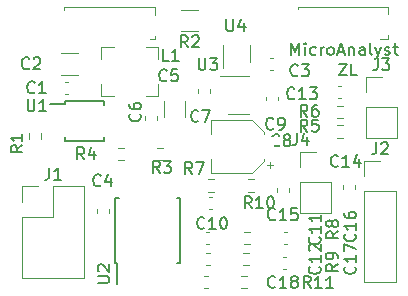
<source format=gbr>
G04 #@! TF.GenerationSoftware,KiCad,Pcbnew,(5.0.0-rc2-198-gb8bbb15aa)*
G04 #@! TF.CreationDate,2022-01-01T22:46:34-08:00*
G04 #@! TF.ProjectId,E-Bike,452D42696B652E6B696361645F706362,rev?*
G04 #@! TF.SameCoordinates,PX619eb90PY83695b8*
G04 #@! TF.FileFunction,Legend,Top*
G04 #@! TF.FilePolarity,Positive*
%FSLAX45Y45*%
G04 Gerber Fmt 4.5, Leading zero omitted, Abs format (unit mm)*
G04 Created by KiCad (PCBNEW (5.0.0-rc2-198-gb8bbb15aa)) date 01/01/22 22:46:34*
%MOMM*%
%LPD*%
G01*
G04 APERTURE LIST*
%ADD10C,0.150000*%
%ADD11C,0.120000*%
%ADD12C,2.500000*%
%ADD13C,0.500000*%
%ADD14C,1.000000*%
%ADD15C,0.100000*%
%ADD16C,1.125000*%
%ADD17R,0.400000X0.650000*%
%ADD18O,1.700000X1.700000*%
%ADD19R,1.700000X1.700000*%
%ADD20C,0.950000*%
%ADD21C,0.900000*%
%ADD22R,1.060000X0.650000*%
%ADD23R,0.650000X1.700000*%
%ADD24R,1.400000X0.300000*%
%ADD25R,1.500000X3.600000*%
%ADD26C,1.600000*%
%ADD27C,1.150000*%
G04 APERTURE END LIST*
D10*
X2862430Y1984262D02*
X2929097Y1984262D01*
X2862430Y1884262D01*
X2929097Y1884262D01*
X3014811Y1884262D02*
X2967192Y1884262D01*
X2967192Y1984262D01*
X2462903Y2057882D02*
X2462903Y2157882D01*
X2496236Y2086453D01*
X2529570Y2157882D01*
X2529570Y2057882D01*
X2577189Y2057882D02*
X2577189Y2124549D01*
X2577189Y2157882D02*
X2572427Y2153120D01*
X2577189Y2148358D01*
X2581950Y2153120D01*
X2577189Y2157882D01*
X2577189Y2148358D01*
X2667665Y2062644D02*
X2658141Y2057882D01*
X2639093Y2057882D01*
X2629570Y2062644D01*
X2624808Y2067406D01*
X2620046Y2076930D01*
X2620046Y2105501D01*
X2624808Y2115025D01*
X2629570Y2119787D01*
X2639093Y2124549D01*
X2658141Y2124549D01*
X2667665Y2119787D01*
X2710522Y2057882D02*
X2710522Y2124549D01*
X2710522Y2105501D02*
X2715284Y2115025D01*
X2720046Y2119787D01*
X2729570Y2124549D01*
X2739093Y2124549D01*
X2786712Y2057882D02*
X2777189Y2062644D01*
X2772427Y2067406D01*
X2767665Y2076930D01*
X2767665Y2105501D01*
X2772427Y2115025D01*
X2777189Y2119787D01*
X2786712Y2124549D01*
X2800998Y2124549D01*
X2810522Y2119787D01*
X2815284Y2115025D01*
X2820046Y2105501D01*
X2820046Y2076930D01*
X2815284Y2067406D01*
X2810522Y2062644D01*
X2800998Y2057882D01*
X2786712Y2057882D01*
X2858141Y2086453D02*
X2905760Y2086453D01*
X2848617Y2057882D02*
X2881950Y2157882D01*
X2915284Y2057882D01*
X2948617Y2124549D02*
X2948617Y2057882D01*
X2948617Y2115025D02*
X2953379Y2119787D01*
X2962903Y2124549D01*
X2977188Y2124549D01*
X2986712Y2119787D01*
X2991474Y2110263D01*
X2991474Y2057882D01*
X3081950Y2057882D02*
X3081950Y2110263D01*
X3077188Y2119787D01*
X3067665Y2124549D01*
X3048617Y2124549D01*
X3039093Y2119787D01*
X3081950Y2062644D02*
X3072427Y2057882D01*
X3048617Y2057882D01*
X3039093Y2062644D01*
X3034331Y2072168D01*
X3034331Y2081691D01*
X3039093Y2091215D01*
X3048617Y2095977D01*
X3072427Y2095977D01*
X3081950Y2100739D01*
X3143855Y2057882D02*
X3134331Y2062644D01*
X3129569Y2072168D01*
X3129569Y2157882D01*
X3172427Y2124549D02*
X3196236Y2057882D01*
X3220046Y2124549D02*
X3196236Y2057882D01*
X3186712Y2034072D01*
X3181950Y2029310D01*
X3172427Y2024549D01*
X3253379Y2062644D02*
X3262903Y2057882D01*
X3281950Y2057882D01*
X3291474Y2062644D01*
X3296236Y2072168D01*
X3296236Y2076930D01*
X3291474Y2086453D01*
X3281950Y2091215D01*
X3267665Y2091215D01*
X3258141Y2095977D01*
X3253379Y2105501D01*
X3253379Y2110263D01*
X3258141Y2119787D01*
X3267665Y2124549D01*
X3281950Y2124549D01*
X3291474Y2119787D01*
X3324808Y2124549D02*
X3362903Y2124549D01*
X3339093Y2157882D02*
X3339093Y2072168D01*
X3343855Y2062644D01*
X3353379Y2057882D01*
X3362903Y2057882D01*
D11*
G04 #@! TO.C,R2*
X1672906Y2258500D02*
X1527494Y2258500D01*
X1672906Y2440500D02*
X1527494Y2440500D01*
G04 #@! TO.C,U4*
X1882980Y2137560D02*
X1882980Y1947560D01*
X2114980Y1997560D02*
X2114980Y2137560D01*
G04 #@! TO.C,J3*
X3092800Y1352900D02*
X3358800Y1352900D01*
X3092800Y1612900D02*
X3092800Y1352900D01*
X3358800Y1612900D02*
X3358800Y1352900D01*
X3092800Y1612900D02*
X3358800Y1612900D01*
X3092800Y1739900D02*
X3092800Y1872900D01*
X3092800Y1872900D02*
X3225800Y1872900D01*
G04 #@! TO.C,R11*
X2087952Y186870D02*
X2037008Y186870D01*
X2087952Y82370D02*
X2037008Y82370D01*
G04 #@! TO.C,C18*
X1753958Y185620D02*
X1725842Y185620D01*
X1753958Y83620D02*
X1725842Y83620D01*
G04 #@! TO.C,C3*
X2279562Y1927660D02*
X2307678Y1927660D01*
X2279562Y2029660D02*
X2307678Y2029660D01*
G04 #@! TO.C,J4*
X2534000Y717900D02*
X2800000Y717900D01*
X2534000Y977900D02*
X2534000Y717900D01*
X2800000Y977900D02*
X2800000Y717900D01*
X2534000Y977900D02*
X2800000Y977900D01*
X2534000Y1104900D02*
X2534000Y1237900D01*
X2534000Y1237900D02*
X2667000Y1237900D01*
G04 #@! TO.C,J1*
X184500Y171800D02*
X704500Y171800D01*
X184500Y685800D02*
X184500Y171800D01*
X704500Y945800D02*
X704500Y171800D01*
X184500Y685800D02*
X444500Y685800D01*
X444500Y685800D02*
X444500Y945800D01*
X444500Y945800D02*
X704500Y945800D01*
X184500Y812800D02*
X184500Y945800D01*
X184500Y945800D02*
X317500Y945800D01*
G04 #@! TO.C,U3*
X1921680Y1561120D02*
X2101680Y1561120D01*
X2101680Y1883120D02*
X1856680Y1883120D01*
D10*
G04 #@! TO.C,U2*
X969100Y296500D02*
X989600Y296500D01*
X969100Y846500D02*
X999100Y846500D01*
X1520100Y846500D02*
X1490100Y846500D01*
X1520100Y296500D02*
X1490100Y296500D01*
X969100Y296500D02*
X969100Y846500D01*
X1520100Y296500D02*
X1520100Y846500D01*
X989600Y296500D02*
X989600Y121500D01*
G04 #@! TO.C,U1*
X543700Y1666100D02*
X543700Y1643600D01*
X878700Y1666100D02*
X878700Y1636100D01*
X878700Y1331100D02*
X878700Y1361100D01*
X543700Y1331100D02*
X543700Y1361100D01*
X543700Y1666100D02*
X878700Y1666100D01*
X543700Y1331100D02*
X878700Y1331100D01*
X543700Y1643600D02*
X421200Y1643600D01*
D11*
G04 #@! TO.C,R10*
X2146372Y900250D02*
X2095428Y900250D01*
X2146372Y1004750D02*
X2095428Y1004750D01*
G04 #@! TO.C,R9*
X2049708Y382450D02*
X2100652Y382450D01*
X2049708Y277950D02*
X2100652Y277950D01*
G04 #@! TO.C,R8*
X2057328Y560250D02*
X2108272Y560250D01*
X2057328Y455750D02*
X2108272Y455750D01*
G04 #@! TO.C,R7*
X1752528Y1004750D02*
X1803472Y1004750D01*
X1752528Y900250D02*
X1803472Y900250D01*
G04 #@! TO.C,R6*
X2844728Y1627050D02*
X2895672Y1627050D01*
X2844728Y1522550D02*
X2895672Y1522550D01*
G04 #@! TO.C,R5*
X2844728Y1461950D02*
X2895672Y1461950D01*
X2844728Y1357450D02*
X2895672Y1357450D01*
G04 #@! TO.C,R4*
X1041472Y1166950D02*
X990528Y1166950D01*
X1041472Y1271450D02*
X990528Y1271450D01*
G04 #@! TO.C,R3*
X1371672Y1166950D02*
X1320728Y1166950D01*
X1371672Y1271450D02*
X1320728Y1271450D01*
G04 #@! TO.C,R1*
X344350Y1397072D02*
X344350Y1346128D01*
X239850Y1397072D02*
X239850Y1346128D01*
G04 #@! TO.C,L1*
X853700Y2128700D02*
X853700Y2026200D01*
X853700Y2128700D02*
X956200Y2128700D01*
X1330700Y2128700D02*
X1228200Y2128700D01*
X1330700Y2128700D02*
X1330700Y2026200D01*
X1330700Y1706700D02*
X1330700Y1809200D01*
X853700Y1706700D02*
X853700Y1809200D01*
X1330700Y1706700D02*
X1228200Y1706700D01*
X853700Y1706700D02*
X956200Y1706700D01*
G04 #@! TO.C,J2*
X3080100Y133700D02*
X3346100Y133700D01*
X3080100Y901700D02*
X3080100Y133700D01*
X3346100Y901700D02*
X3346100Y133700D01*
X3080100Y901700D02*
X3346100Y901700D01*
X3080100Y1028700D02*
X3080100Y1161700D01*
X3080100Y1161700D02*
X3213100Y1161700D01*
G04 #@! TO.C,C17*
X2419438Y243640D02*
X2391322Y243640D01*
X2419438Y345640D02*
X2391322Y345640D01*
G04 #@! TO.C,C16*
X2427058Y457000D02*
X2398942Y457000D01*
X2427058Y559000D02*
X2398942Y559000D01*
G04 #@! TO.C,C15*
X2438600Y928458D02*
X2438600Y900342D01*
X2336600Y928458D02*
X2336600Y900342D01*
G04 #@! TO.C,C14*
X2997400Y953858D02*
X2997400Y925742D01*
X2895400Y953858D02*
X2895400Y925742D01*
G04 #@! TO.C,C13*
X2884258Y1688900D02*
X2856142Y1688900D01*
X2884258Y1790900D02*
X2856142Y1790900D01*
G04 #@! TO.C,C12*
X1769198Y276660D02*
X1741082Y276660D01*
X1769198Y378660D02*
X1741082Y378660D01*
G04 #@! TO.C,C11*
X1766658Y457000D02*
X1738542Y457000D01*
X1766658Y559000D02*
X1738542Y559000D01*
G04 #@! TO.C,C10*
X1763942Y851100D02*
X1792058Y851100D01*
X1763942Y749100D02*
X1792058Y749100D01*
G04 #@! TO.C,C9*
X2352240Y1703158D02*
X2352240Y1675042D01*
X2250240Y1703158D02*
X2250240Y1675042D01*
G04 #@! TO.C,C8*
X1780600Y1508700D02*
X1780600Y1388700D01*
X1780600Y1056700D02*
X1780600Y1176700D01*
X2126156Y1056700D02*
X1780600Y1056700D01*
X2126156Y1508700D02*
X1780600Y1508700D01*
X2232600Y1402256D02*
X2232600Y1388700D01*
X2232600Y1163144D02*
X2232600Y1176700D01*
X2232600Y1163144D02*
X2126156Y1056700D01*
X2232600Y1402256D02*
X2126156Y1508700D01*
X2306600Y1126700D02*
X2256600Y1126700D01*
X2281600Y1101700D02*
X2281600Y1151700D01*
G04 #@! TO.C,C7*
X1770580Y1766658D02*
X1770580Y1738542D01*
X1668580Y1766658D02*
X1668580Y1738542D01*
G04 #@! TO.C,C6*
X1321000Y1538058D02*
X1321000Y1509942D01*
X1219000Y1538058D02*
X1219000Y1509942D01*
G04 #@! TO.C,C5*
X1564200Y1671325D02*
X1564200Y1529075D01*
X1382200Y1671325D02*
X1382200Y1529075D01*
G04 #@! TO.C,C4*
X914600Y750658D02*
X914600Y722542D01*
X812600Y750658D02*
X812600Y722542D01*
G04 #@! TO.C,C2*
X513075Y2072200D02*
X655325Y2072200D01*
X513075Y1890200D02*
X655325Y1890200D01*
G04 #@! TO.C,C1*
X544742Y1829000D02*
X572858Y1829000D01*
X544742Y1727000D02*
X572858Y1727000D01*
G04 #@! TO.C,J5*
X1308800Y2196500D02*
X1308800Y2462500D01*
X540800Y2196500D02*
X1308800Y2196500D01*
X540800Y2462500D02*
X1308800Y2462500D01*
X540800Y2196500D02*
X540800Y2462500D01*
X413800Y2196500D02*
X280800Y2196500D01*
X280800Y2196500D02*
X280800Y2329500D01*
G04 #@! TO.C,J6*
X2255800Y2196500D02*
X2255800Y2329500D01*
X2388800Y2196500D02*
X2255800Y2196500D01*
X2515800Y2196500D02*
X2515800Y2462500D01*
X2515800Y2462500D02*
X3283800Y2462500D01*
X2515800Y2196500D02*
X3283800Y2196500D01*
X3283800Y2196500D02*
X3283800Y2462500D01*
G04 #@! TO.C,R2*
D10*
X1583533Y2122262D02*
X1550200Y2169881D01*
X1526390Y2122262D02*
X1526390Y2222262D01*
X1564486Y2222262D01*
X1574009Y2217500D01*
X1578771Y2212738D01*
X1583533Y2203214D01*
X1583533Y2188929D01*
X1578771Y2179405D01*
X1574009Y2174643D01*
X1564486Y2169881D01*
X1526390Y2169881D01*
X1621628Y2212738D02*
X1626390Y2217500D01*
X1635914Y2222262D01*
X1659724Y2222262D01*
X1669248Y2217500D01*
X1674009Y2212738D01*
X1678771Y2203214D01*
X1678771Y2193691D01*
X1674009Y2179405D01*
X1616867Y2122262D01*
X1678771Y2122262D01*
G04 #@! TO.C,U4*
X1912609Y2359262D02*
X1912609Y2278310D01*
X1917371Y2268786D01*
X1922133Y2264024D01*
X1931657Y2259262D01*
X1950705Y2259262D01*
X1960228Y2264024D01*
X1964990Y2268786D01*
X1969752Y2278310D01*
X1969752Y2359262D01*
X2060228Y2325929D02*
X2060228Y2259262D01*
X2036419Y2364024D02*
X2012609Y2292595D01*
X2074514Y2292595D01*
G04 #@! TO.C,J3*
X3192467Y2027662D02*
X3192467Y1956233D01*
X3187705Y1941948D01*
X3178181Y1932424D01*
X3163895Y1927662D01*
X3154371Y1927662D01*
X3230562Y2027662D02*
X3292467Y2027662D01*
X3259133Y1989567D01*
X3273419Y1989567D01*
X3282943Y1984805D01*
X3287705Y1980043D01*
X3292467Y1970519D01*
X3292467Y1946710D01*
X3287705Y1937186D01*
X3282943Y1932424D01*
X3273419Y1927662D01*
X3244848Y1927662D01*
X3235324Y1932424D01*
X3230562Y1937186D01*
G04 #@! TO.C,R11*
X2624514Y84262D02*
X2591181Y131881D01*
X2567371Y84262D02*
X2567371Y184262D01*
X2605467Y184262D01*
X2614990Y179500D01*
X2619752Y174738D01*
X2624514Y165214D01*
X2624514Y150929D01*
X2619752Y141405D01*
X2614990Y136643D01*
X2605467Y131881D01*
X2567371Y131881D01*
X2719752Y84262D02*
X2662610Y84262D01*
X2691181Y84262D02*
X2691181Y184262D01*
X2681657Y169976D01*
X2672133Y160452D01*
X2662610Y155691D01*
X2814990Y84262D02*
X2757848Y84262D01*
X2786419Y84262D02*
X2786419Y184262D01*
X2776895Y169976D01*
X2767371Y160452D01*
X2757848Y155691D01*
G04 #@! TO.C,C18*
X2324514Y93786D02*
X2319752Y89024D01*
X2305467Y84262D01*
X2295943Y84262D01*
X2281657Y89024D01*
X2272133Y98548D01*
X2267371Y108071D01*
X2262610Y127119D01*
X2262610Y141405D01*
X2267371Y160452D01*
X2272133Y169976D01*
X2281657Y179500D01*
X2295943Y184262D01*
X2305467Y184262D01*
X2319752Y179500D01*
X2324514Y174738D01*
X2419752Y84262D02*
X2362610Y84262D01*
X2391181Y84262D02*
X2391181Y184262D01*
X2381657Y169976D01*
X2372133Y160452D01*
X2362610Y155691D01*
X2476895Y141405D02*
X2467371Y146167D01*
X2462610Y150929D01*
X2457848Y160452D01*
X2457848Y165214D01*
X2462610Y174738D01*
X2467371Y179500D01*
X2476895Y184262D01*
X2495943Y184262D01*
X2505467Y179500D01*
X2510229Y174738D01*
X2514990Y165214D01*
X2514990Y160452D01*
X2510229Y150929D01*
X2505467Y146167D01*
X2495943Y141405D01*
X2476895Y141405D01*
X2467371Y136643D01*
X2462610Y131881D01*
X2457848Y122357D01*
X2457848Y103310D01*
X2462610Y93786D01*
X2467371Y89024D01*
X2476895Y84262D01*
X2495943Y84262D01*
X2505467Y89024D01*
X2510229Y93786D01*
X2514990Y103310D01*
X2514990Y122357D01*
X2510229Y131881D01*
X2505467Y136643D01*
X2495943Y141405D01*
G04 #@! TO.C,C3*
X2515713Y1887066D02*
X2510951Y1882304D01*
X2496666Y1877542D01*
X2487142Y1877542D01*
X2472856Y1882304D01*
X2463332Y1891828D01*
X2458570Y1901351D01*
X2453809Y1920399D01*
X2453809Y1934685D01*
X2458570Y1953732D01*
X2463332Y1963256D01*
X2472856Y1972780D01*
X2487142Y1977542D01*
X2496666Y1977542D01*
X2510951Y1972780D01*
X2515713Y1968018D01*
X2549047Y1977542D02*
X2610951Y1977542D01*
X2577618Y1939447D01*
X2591904Y1939447D01*
X2601428Y1934685D01*
X2606190Y1929923D01*
X2610951Y1920399D01*
X2610951Y1896590D01*
X2606190Y1887066D01*
X2601428Y1882304D01*
X2591904Y1877542D01*
X2563332Y1877542D01*
X2553809Y1882304D01*
X2549047Y1887066D01*
G04 #@! TO.C,J4*
X2505467Y1392662D02*
X2505467Y1321233D01*
X2500705Y1306948D01*
X2491181Y1297424D01*
X2476895Y1292662D01*
X2467371Y1292662D01*
X2595943Y1359329D02*
X2595943Y1292662D01*
X2572133Y1397424D02*
X2548324Y1325995D01*
X2610229Y1325995D01*
G04 #@! TO.C,J1*
X411167Y1100562D02*
X411167Y1029133D01*
X406405Y1014848D01*
X396881Y1005324D01*
X382595Y1000562D01*
X373071Y1000562D01*
X511167Y1000562D02*
X454024Y1000562D01*
X482595Y1000562D02*
X482595Y1100562D01*
X473071Y1086276D01*
X463548Y1076752D01*
X454024Y1071991D01*
G04 #@! TO.C,U3*
X1676409Y2030882D02*
X1676409Y1949930D01*
X1681171Y1940406D01*
X1685933Y1935644D01*
X1695457Y1930882D01*
X1714505Y1930882D01*
X1724028Y1935644D01*
X1728790Y1940406D01*
X1733552Y1949930D01*
X1733552Y2030882D01*
X1771648Y2030882D02*
X1833552Y2030882D01*
X1800219Y1992787D01*
X1814505Y1992787D01*
X1824028Y1988025D01*
X1828790Y1983263D01*
X1833552Y1973739D01*
X1833552Y1949930D01*
X1828790Y1940406D01*
X1824028Y1935644D01*
X1814505Y1930882D01*
X1785933Y1930882D01*
X1776409Y1935644D01*
X1771648Y1940406D01*
G04 #@! TO.C,U2*
X821838Y127010D02*
X902790Y127010D01*
X912314Y131772D01*
X917076Y136533D01*
X921838Y146057D01*
X921838Y165105D01*
X917076Y174629D01*
X912314Y179390D01*
X902790Y184152D01*
X821838Y184152D01*
X831362Y227010D02*
X826600Y231771D01*
X821838Y241295D01*
X821838Y265105D01*
X826600Y274629D01*
X831362Y279391D01*
X840886Y284152D01*
X850409Y284152D01*
X864695Y279391D01*
X921838Y222248D01*
X921838Y284152D01*
G04 #@! TO.C,U1*
X228609Y1680362D02*
X228609Y1599410D01*
X233371Y1589886D01*
X238133Y1585124D01*
X247657Y1580362D01*
X266705Y1580362D01*
X276229Y1585124D01*
X280990Y1589886D01*
X285752Y1599410D01*
X285752Y1680362D01*
X385752Y1580362D02*
X328610Y1580362D01*
X357181Y1580362D02*
X357181Y1680362D01*
X347657Y1666076D01*
X338133Y1656552D01*
X328610Y1651790D01*
G04 #@! TO.C,R10*
X2124514Y759262D02*
X2091181Y806881D01*
X2067371Y759262D02*
X2067371Y859262D01*
X2105467Y859262D01*
X2114990Y854500D01*
X2119752Y849738D01*
X2124514Y840214D01*
X2124514Y825929D01*
X2119752Y816405D01*
X2114990Y811643D01*
X2105467Y806881D01*
X2067371Y806881D01*
X2219752Y759262D02*
X2162610Y759262D01*
X2191181Y759262D02*
X2191181Y859262D01*
X2181657Y844976D01*
X2172133Y835452D01*
X2162610Y830690D01*
X2281657Y859262D02*
X2291181Y859262D01*
X2300705Y854500D01*
X2305467Y849738D01*
X2310229Y840214D01*
X2314990Y821167D01*
X2314990Y797357D01*
X2310229Y778310D01*
X2305467Y768786D01*
X2300705Y764024D01*
X2291181Y759262D01*
X2281657Y759262D01*
X2272133Y764024D01*
X2267371Y768786D01*
X2262610Y778310D01*
X2257848Y797357D01*
X2257848Y821167D01*
X2262610Y840214D01*
X2267371Y849738D01*
X2272133Y854500D01*
X2281657Y859262D01*
G04 #@! TO.C,R9*
X2854478Y287833D02*
X2806859Y254500D01*
X2854478Y230690D02*
X2754478Y230690D01*
X2754478Y268786D01*
X2759240Y278310D01*
X2764002Y283072D01*
X2773526Y287833D01*
X2787811Y287833D01*
X2797335Y283072D01*
X2802097Y278310D01*
X2806859Y268786D01*
X2806859Y230690D01*
X2854478Y335452D02*
X2854478Y354500D01*
X2849716Y364024D01*
X2844954Y368786D01*
X2830668Y378310D01*
X2811621Y383071D01*
X2773526Y383071D01*
X2764002Y378310D01*
X2759240Y373548D01*
X2754478Y364024D01*
X2754478Y344976D01*
X2759240Y335452D01*
X2764002Y330691D01*
X2773526Y325929D01*
X2797335Y325929D01*
X2806859Y330691D01*
X2811621Y335452D01*
X2816383Y344976D01*
X2816383Y364024D01*
X2811621Y373548D01*
X2806859Y378310D01*
X2797335Y383071D01*
G04 #@! TO.C,R8*
X2859038Y562833D02*
X2811419Y529500D01*
X2859038Y505690D02*
X2759038Y505690D01*
X2759038Y543786D01*
X2763800Y553310D01*
X2768562Y558072D01*
X2778086Y562833D01*
X2792371Y562833D01*
X2801895Y558072D01*
X2806657Y553310D01*
X2811419Y543786D01*
X2811419Y505690D01*
X2801895Y619976D02*
X2797133Y610452D01*
X2792371Y605691D01*
X2782848Y600929D01*
X2778086Y600929D01*
X2768562Y605691D01*
X2763800Y610452D01*
X2759038Y619976D01*
X2759038Y639024D01*
X2763800Y648548D01*
X2768562Y653310D01*
X2778086Y658072D01*
X2782848Y658072D01*
X2792371Y653310D01*
X2797133Y648548D01*
X2801895Y639024D01*
X2801895Y619976D01*
X2806657Y610452D01*
X2811419Y605691D01*
X2820943Y600929D01*
X2839990Y600929D01*
X2849514Y605691D01*
X2854276Y610452D01*
X2859038Y619976D01*
X2859038Y639024D01*
X2854276Y648548D01*
X2849514Y653310D01*
X2839990Y658072D01*
X2820943Y658072D01*
X2811419Y653310D01*
X2806657Y648548D01*
X2801895Y639024D01*
G04 #@! TO.C,R7*
X1622133Y1050262D02*
X1588800Y1097881D01*
X1564990Y1050262D02*
X1564990Y1150262D01*
X1603086Y1150262D01*
X1612609Y1145500D01*
X1617371Y1140738D01*
X1622133Y1131214D01*
X1622133Y1116929D01*
X1617371Y1107405D01*
X1612609Y1102643D01*
X1603086Y1097881D01*
X1564990Y1097881D01*
X1655467Y1150262D02*
X1722133Y1150262D01*
X1679276Y1050262D01*
G04 #@! TO.C,R6*
X2597133Y1534262D02*
X2563800Y1581881D01*
X2539990Y1534262D02*
X2539990Y1634262D01*
X2578086Y1634262D01*
X2587610Y1629500D01*
X2592371Y1624738D01*
X2597133Y1615214D01*
X2597133Y1600929D01*
X2592371Y1591405D01*
X2587610Y1586643D01*
X2578086Y1581881D01*
X2539990Y1581881D01*
X2682848Y1634262D02*
X2663800Y1634262D01*
X2654276Y1629500D01*
X2649514Y1624738D01*
X2639990Y1610452D01*
X2635229Y1591405D01*
X2635229Y1553310D01*
X2639990Y1543786D01*
X2644752Y1539024D01*
X2654276Y1534262D01*
X2673324Y1534262D01*
X2682848Y1539024D01*
X2687610Y1543786D01*
X2692371Y1553310D01*
X2692371Y1577119D01*
X2687610Y1586643D01*
X2682848Y1591405D01*
X2673324Y1596167D01*
X2654276Y1596167D01*
X2644752Y1591405D01*
X2639990Y1586643D01*
X2635229Y1577119D01*
G04 #@! TO.C,R5*
X2597133Y1409262D02*
X2563800Y1456881D01*
X2539990Y1409262D02*
X2539990Y1509262D01*
X2578086Y1509262D01*
X2587610Y1504500D01*
X2592371Y1499738D01*
X2597133Y1490214D01*
X2597133Y1475929D01*
X2592371Y1466405D01*
X2587610Y1461643D01*
X2578086Y1456881D01*
X2539990Y1456881D01*
X2687610Y1509262D02*
X2639990Y1509262D01*
X2635229Y1461643D01*
X2639990Y1466405D01*
X2649514Y1471167D01*
X2673324Y1471167D01*
X2682848Y1466405D01*
X2687610Y1461643D01*
X2692371Y1452119D01*
X2692371Y1428310D01*
X2687610Y1418786D01*
X2682848Y1414024D01*
X2673324Y1409262D01*
X2649514Y1409262D01*
X2639990Y1414024D01*
X2635229Y1418786D01*
G04 #@! TO.C,R4*
X707233Y1173962D02*
X673900Y1221581D01*
X650090Y1173962D02*
X650090Y1273962D01*
X688186Y1273962D01*
X697710Y1269200D01*
X702471Y1264438D01*
X707233Y1254914D01*
X707233Y1240629D01*
X702471Y1231105D01*
X697710Y1226343D01*
X688186Y1221581D01*
X650090Y1221581D01*
X792948Y1240629D02*
X792948Y1173962D01*
X769138Y1278724D02*
X745328Y1207295D01*
X807233Y1207295D01*
G04 #@! TO.C,R3*
X1347133Y1059262D02*
X1313800Y1106881D01*
X1289990Y1059262D02*
X1289990Y1159262D01*
X1328086Y1159262D01*
X1337610Y1154500D01*
X1342371Y1149738D01*
X1347133Y1140214D01*
X1347133Y1125929D01*
X1342371Y1116405D01*
X1337610Y1111643D01*
X1328086Y1106881D01*
X1289990Y1106881D01*
X1380467Y1159262D02*
X1442371Y1159262D01*
X1409038Y1121167D01*
X1423324Y1121167D01*
X1432848Y1116405D01*
X1437609Y1111643D01*
X1442371Y1102119D01*
X1442371Y1078310D01*
X1437609Y1068786D01*
X1432848Y1064024D01*
X1423324Y1059262D01*
X1394752Y1059262D01*
X1385229Y1064024D01*
X1380467Y1068786D01*
G04 #@! TO.C,R1*
X184938Y1291433D02*
X137319Y1258100D01*
X184938Y1234291D02*
X84938Y1234291D01*
X84938Y1272386D01*
X89700Y1281910D01*
X94462Y1286672D01*
X103986Y1291433D01*
X118271Y1291433D01*
X127795Y1286672D01*
X132557Y1281910D01*
X137319Y1272386D01*
X137319Y1234291D01*
X184938Y1386672D02*
X184938Y1329529D01*
X184938Y1358100D02*
X84938Y1358100D01*
X99224Y1348576D01*
X108748Y1339052D01*
X113509Y1329529D01*
G04 #@! TO.C,L1*
X1422133Y2009262D02*
X1374514Y2009262D01*
X1374514Y2109262D01*
X1507848Y2009262D02*
X1450705Y2009262D01*
X1479276Y2009262D02*
X1479276Y2109262D01*
X1469752Y2094976D01*
X1460228Y2085452D01*
X1450705Y2080690D01*
G04 #@! TO.C,J2*
X3179767Y1316462D02*
X3179767Y1245033D01*
X3175005Y1230748D01*
X3165481Y1221224D01*
X3151195Y1216462D01*
X3141671Y1216462D01*
X3222624Y1306938D02*
X3227386Y1311700D01*
X3236909Y1316462D01*
X3260719Y1316462D01*
X3270243Y1311700D01*
X3275005Y1306938D01*
X3279767Y1297414D01*
X3279767Y1287891D01*
X3275005Y1273605D01*
X3217862Y1216462D01*
X3279767Y1216462D01*
G04 #@! TO.C,C17*
X2999894Y265214D02*
X3004656Y260452D01*
X3009418Y246167D01*
X3009418Y236643D01*
X3004656Y222357D01*
X2995132Y212833D01*
X2985608Y208071D01*
X2966561Y203310D01*
X2952275Y203310D01*
X2933228Y208071D01*
X2923704Y212833D01*
X2914180Y222357D01*
X2909418Y236643D01*
X2909418Y246167D01*
X2914180Y260452D01*
X2918942Y265214D01*
X3009418Y360452D02*
X3009418Y303310D01*
X3009418Y331881D02*
X2909418Y331881D01*
X2923704Y322357D01*
X2933228Y312833D01*
X2937989Y303310D01*
X2909418Y393786D02*
X2909418Y460452D01*
X3009418Y417595D01*
G04 #@! TO.C,C16*
X2999514Y540214D02*
X3004276Y535452D01*
X3009038Y521167D01*
X3009038Y511643D01*
X3004276Y497357D01*
X2994752Y487833D01*
X2985228Y483071D01*
X2966181Y478310D01*
X2951895Y478310D01*
X2932848Y483071D01*
X2923324Y487833D01*
X2913800Y497357D01*
X2909038Y511643D01*
X2909038Y521167D01*
X2913800Y535452D01*
X2918562Y540214D01*
X3009038Y635452D02*
X3009038Y578310D01*
X3009038Y606881D02*
X2909038Y606881D01*
X2923324Y597357D01*
X2932848Y587833D01*
X2937609Y578310D01*
X2909038Y721167D02*
X2909038Y702119D01*
X2913800Y692595D01*
X2918562Y687833D01*
X2932848Y678310D01*
X2951895Y673548D01*
X2989990Y673548D01*
X2999514Y678310D01*
X3004276Y683072D01*
X3009038Y692595D01*
X3009038Y711643D01*
X3004276Y721167D01*
X2999514Y725929D01*
X2989990Y730690D01*
X2966181Y730690D01*
X2956657Y725929D01*
X2951895Y721167D01*
X2947133Y711643D01*
X2947133Y692595D01*
X2951895Y683072D01*
X2956657Y678310D01*
X2966181Y673548D01*
G04 #@! TO.C,C15*
X2324514Y668786D02*
X2319752Y664024D01*
X2305467Y659262D01*
X2295943Y659262D01*
X2281657Y664024D01*
X2272133Y673548D01*
X2267371Y683072D01*
X2262610Y702119D01*
X2262610Y716405D01*
X2267371Y735452D01*
X2272133Y744976D01*
X2281657Y754500D01*
X2295943Y759262D01*
X2305467Y759262D01*
X2319752Y754500D01*
X2324514Y749738D01*
X2419752Y659262D02*
X2362610Y659262D01*
X2391181Y659262D02*
X2391181Y759262D01*
X2381657Y744976D01*
X2372133Y735452D01*
X2362610Y730690D01*
X2510229Y759262D02*
X2462610Y759262D01*
X2457848Y711643D01*
X2462610Y716405D01*
X2472133Y721167D01*
X2495943Y721167D01*
X2505467Y716405D01*
X2510229Y711643D01*
X2514990Y702119D01*
X2514990Y678310D01*
X2510229Y668786D01*
X2505467Y664024D01*
X2495943Y659262D01*
X2472133Y659262D01*
X2462610Y664024D01*
X2457848Y668786D01*
G04 #@! TO.C,C14*
X2856714Y1119986D02*
X2851952Y1115224D01*
X2837667Y1110462D01*
X2828143Y1110462D01*
X2813857Y1115224D01*
X2804333Y1124748D01*
X2799571Y1134272D01*
X2794810Y1153319D01*
X2794810Y1167605D01*
X2799571Y1186652D01*
X2804333Y1196176D01*
X2813857Y1205700D01*
X2828143Y1210462D01*
X2837667Y1210462D01*
X2851952Y1205700D01*
X2856714Y1200938D01*
X2951952Y1110462D02*
X2894809Y1110462D01*
X2923381Y1110462D02*
X2923381Y1210462D01*
X2913857Y1196176D01*
X2904333Y1186652D01*
X2894809Y1181891D01*
X3037667Y1177129D02*
X3037667Y1110462D01*
X3013857Y1215224D02*
X2990048Y1143795D01*
X3051952Y1143795D01*
G04 #@! TO.C,C13*
X2488414Y1691486D02*
X2483652Y1686724D01*
X2469367Y1681962D01*
X2459843Y1681962D01*
X2445557Y1686724D01*
X2436033Y1696248D01*
X2431271Y1705771D01*
X2426510Y1724819D01*
X2426510Y1739105D01*
X2431271Y1758152D01*
X2436033Y1767676D01*
X2445557Y1777200D01*
X2459843Y1781962D01*
X2469367Y1781962D01*
X2483652Y1777200D01*
X2488414Y1772438D01*
X2583652Y1681962D02*
X2526510Y1681962D01*
X2555081Y1681962D02*
X2555081Y1781962D01*
X2545557Y1767676D01*
X2536033Y1758152D01*
X2526510Y1753390D01*
X2616986Y1781962D02*
X2678890Y1781962D01*
X2645557Y1743867D01*
X2659843Y1743867D01*
X2669367Y1739105D01*
X2674129Y1734343D01*
X2678890Y1724819D01*
X2678890Y1701010D01*
X2674129Y1691486D01*
X2669367Y1686724D01*
X2659843Y1681962D01*
X2631271Y1681962D01*
X2621748Y1686724D01*
X2616986Y1691486D01*
G04 #@! TO.C,C12*
X2699514Y265214D02*
X2704276Y260452D01*
X2709038Y246167D01*
X2709038Y236643D01*
X2704276Y222357D01*
X2694752Y212833D01*
X2685229Y208071D01*
X2666181Y203310D01*
X2651895Y203310D01*
X2632848Y208071D01*
X2623324Y212833D01*
X2613800Y222357D01*
X2609038Y236643D01*
X2609038Y246167D01*
X2613800Y260452D01*
X2618562Y265214D01*
X2709038Y360452D02*
X2709038Y303310D01*
X2709038Y331881D02*
X2609038Y331881D01*
X2623324Y322357D01*
X2632848Y312833D01*
X2637610Y303310D01*
X2618562Y398548D02*
X2613800Y403310D01*
X2609038Y412833D01*
X2609038Y436643D01*
X2613800Y446167D01*
X2618562Y450929D01*
X2628086Y455690D01*
X2637610Y455690D01*
X2651895Y450929D01*
X2709038Y393786D01*
X2709038Y455690D01*
G04 #@! TO.C,C11*
X2699514Y515214D02*
X2704276Y510452D01*
X2709038Y496167D01*
X2709038Y486643D01*
X2704276Y472357D01*
X2694752Y462833D01*
X2685229Y458071D01*
X2666181Y453310D01*
X2651895Y453310D01*
X2632848Y458071D01*
X2623324Y462833D01*
X2613800Y472357D01*
X2609038Y486643D01*
X2609038Y496167D01*
X2613800Y510452D01*
X2618562Y515214D01*
X2709038Y610452D02*
X2709038Y553310D01*
X2709038Y581881D02*
X2609038Y581881D01*
X2623324Y572357D01*
X2632848Y562833D01*
X2637610Y553310D01*
X2709038Y705690D02*
X2709038Y648548D01*
X2709038Y677119D02*
X2609038Y677119D01*
X2623324Y667595D01*
X2632848Y658072D01*
X2637610Y648548D01*
G04 #@! TO.C,C10*
X1724514Y593786D02*
X1719752Y589024D01*
X1705467Y584262D01*
X1695943Y584262D01*
X1681657Y589024D01*
X1672133Y598548D01*
X1667371Y608072D01*
X1662609Y627119D01*
X1662609Y641405D01*
X1667371Y660452D01*
X1672133Y669976D01*
X1681657Y679500D01*
X1695943Y684262D01*
X1705467Y684262D01*
X1719752Y679500D01*
X1724514Y674738D01*
X1819752Y584262D02*
X1762609Y584262D01*
X1791181Y584262D02*
X1791181Y684262D01*
X1781657Y669976D01*
X1772133Y660452D01*
X1762609Y655691D01*
X1881657Y684262D02*
X1891181Y684262D01*
X1900705Y679500D01*
X1905467Y674738D01*
X1910228Y665214D01*
X1914990Y646167D01*
X1914990Y622357D01*
X1910228Y603310D01*
X1905467Y593786D01*
X1900705Y589024D01*
X1891181Y584262D01*
X1881657Y584262D01*
X1872133Y589024D01*
X1867371Y593786D01*
X1862609Y603310D01*
X1857848Y622357D01*
X1857848Y646167D01*
X1862609Y665214D01*
X1867371Y674738D01*
X1872133Y679500D01*
X1881657Y684262D01*
G04 #@! TO.C,C9*
X2309973Y1434946D02*
X2305211Y1430184D01*
X2290926Y1425422D01*
X2281402Y1425422D01*
X2267116Y1430184D01*
X2257592Y1439708D01*
X2252830Y1449231D01*
X2248069Y1468279D01*
X2248069Y1482565D01*
X2252830Y1501612D01*
X2257592Y1511136D01*
X2267116Y1520660D01*
X2281402Y1525422D01*
X2290926Y1525422D01*
X2305211Y1520660D01*
X2309973Y1515898D01*
X2357592Y1425422D02*
X2376640Y1425422D01*
X2386164Y1430184D01*
X2390926Y1434946D01*
X2400450Y1449231D01*
X2405211Y1468279D01*
X2405211Y1506374D01*
X2400450Y1515898D01*
X2395688Y1520660D01*
X2386164Y1525422D01*
X2367116Y1525422D01*
X2357592Y1520660D01*
X2352830Y1515898D01*
X2348069Y1506374D01*
X2348069Y1482565D01*
X2352830Y1473041D01*
X2357592Y1468279D01*
X2367116Y1463517D01*
X2386164Y1463517D01*
X2395688Y1468279D01*
X2400450Y1473041D01*
X2405211Y1482565D01*
G04 #@! TO.C,C8*
X2358233Y1293786D02*
X2353471Y1289024D01*
X2339186Y1284262D01*
X2329662Y1284262D01*
X2315376Y1289024D01*
X2305852Y1298548D01*
X2301090Y1308072D01*
X2296329Y1327119D01*
X2296329Y1341405D01*
X2301090Y1360452D01*
X2305852Y1369976D01*
X2315376Y1379500D01*
X2329662Y1384262D01*
X2339186Y1384262D01*
X2353471Y1379500D01*
X2358233Y1374738D01*
X2415376Y1341405D02*
X2405852Y1346167D01*
X2401090Y1350929D01*
X2396329Y1360452D01*
X2396329Y1365214D01*
X2401090Y1374738D01*
X2405852Y1379500D01*
X2415376Y1384262D01*
X2434424Y1384262D01*
X2443948Y1379500D01*
X2448710Y1374738D01*
X2453471Y1365214D01*
X2453471Y1360452D01*
X2448710Y1350929D01*
X2443948Y1346167D01*
X2434424Y1341405D01*
X2415376Y1341405D01*
X2405852Y1336643D01*
X2401090Y1331881D01*
X2396329Y1322357D01*
X2396329Y1303310D01*
X2401090Y1293786D01*
X2405852Y1289024D01*
X2415376Y1284262D01*
X2434424Y1284262D01*
X2443948Y1289024D01*
X2448710Y1293786D01*
X2453471Y1303310D01*
X2453471Y1322357D01*
X2448710Y1331881D01*
X2443948Y1336643D01*
X2434424Y1341405D01*
G04 #@! TO.C,C7*
X1674973Y1500986D02*
X1670211Y1496224D01*
X1655926Y1491462D01*
X1646402Y1491462D01*
X1632116Y1496224D01*
X1622592Y1505748D01*
X1617830Y1515271D01*
X1613068Y1534319D01*
X1613068Y1548605D01*
X1617830Y1567652D01*
X1622592Y1577176D01*
X1632116Y1586700D01*
X1646402Y1591462D01*
X1655926Y1591462D01*
X1670211Y1586700D01*
X1674973Y1581938D01*
X1708307Y1591462D02*
X1774973Y1591462D01*
X1732116Y1491462D01*
G04 #@! TO.C,C6*
X1178714Y1558133D02*
X1183476Y1553371D01*
X1188238Y1539086D01*
X1188238Y1529562D01*
X1183476Y1515276D01*
X1173952Y1505752D01*
X1164429Y1500990D01*
X1145381Y1496229D01*
X1131095Y1496229D01*
X1112048Y1500990D01*
X1102524Y1505752D01*
X1093000Y1515276D01*
X1088238Y1529562D01*
X1088238Y1539086D01*
X1093000Y1553371D01*
X1097762Y1558133D01*
X1088238Y1643848D02*
X1088238Y1624800D01*
X1093000Y1615276D01*
X1097762Y1610514D01*
X1112048Y1600990D01*
X1131095Y1596229D01*
X1169190Y1596229D01*
X1178714Y1600990D01*
X1183476Y1605752D01*
X1188238Y1615276D01*
X1188238Y1634324D01*
X1183476Y1643848D01*
X1178714Y1648610D01*
X1169190Y1653371D01*
X1145381Y1653371D01*
X1135857Y1648610D01*
X1131095Y1643848D01*
X1126333Y1634324D01*
X1126333Y1615276D01*
X1131095Y1605752D01*
X1135857Y1600990D01*
X1145381Y1596229D01*
G04 #@! TO.C,C5*
X1405733Y1843886D02*
X1400971Y1839124D01*
X1386686Y1834362D01*
X1377162Y1834362D01*
X1362876Y1839124D01*
X1353352Y1848648D01*
X1348590Y1858171D01*
X1343829Y1877219D01*
X1343829Y1891505D01*
X1348590Y1910552D01*
X1353352Y1920076D01*
X1362876Y1929600D01*
X1377162Y1934362D01*
X1386686Y1934362D01*
X1400971Y1929600D01*
X1405733Y1924838D01*
X1496209Y1934362D02*
X1448590Y1934362D01*
X1443828Y1886743D01*
X1448590Y1891505D01*
X1458114Y1896267D01*
X1481924Y1896267D01*
X1491448Y1891505D01*
X1496209Y1886743D01*
X1500971Y1877219D01*
X1500971Y1853410D01*
X1496209Y1843886D01*
X1491448Y1839124D01*
X1481924Y1834362D01*
X1458114Y1834362D01*
X1448590Y1839124D01*
X1443828Y1843886D01*
G04 #@! TO.C,C4*
X846933Y954886D02*
X842171Y950124D01*
X827886Y945362D01*
X818362Y945362D01*
X804076Y950124D01*
X794552Y959648D01*
X789790Y969171D01*
X785028Y988219D01*
X785028Y1002505D01*
X789790Y1021552D01*
X794552Y1031076D01*
X804076Y1040600D01*
X818362Y1045362D01*
X827886Y1045362D01*
X842171Y1040600D01*
X846933Y1035838D01*
X932648Y1012029D02*
X932648Y945362D01*
X908838Y1050124D02*
X885028Y978695D01*
X946933Y978695D01*
G04 #@! TO.C,C2*
X242233Y1945486D02*
X237471Y1940724D01*
X223186Y1935962D01*
X213662Y1935962D01*
X199376Y1940724D01*
X189852Y1950248D01*
X185090Y1959771D01*
X180328Y1978819D01*
X180328Y1993105D01*
X185090Y2012152D01*
X189852Y2021676D01*
X199376Y2031200D01*
X213662Y2035962D01*
X223186Y2035962D01*
X237471Y2031200D01*
X242233Y2026438D01*
X280329Y2026438D02*
X285090Y2031200D01*
X294614Y2035962D01*
X318424Y2035962D01*
X327948Y2031200D01*
X332710Y2026438D01*
X337471Y2016914D01*
X337471Y2007390D01*
X332710Y1993105D01*
X275567Y1935962D01*
X337471Y1935962D01*
G04 #@! TO.C,C1*
X288133Y1742286D02*
X283371Y1737524D01*
X269086Y1732762D01*
X259562Y1732762D01*
X245276Y1737524D01*
X235752Y1747048D01*
X230990Y1756571D01*
X226228Y1775619D01*
X226228Y1789905D01*
X230990Y1808952D01*
X235752Y1818476D01*
X245276Y1828000D01*
X259562Y1832762D01*
X269086Y1832762D01*
X283371Y1828000D01*
X288133Y1823238D01*
X383371Y1732762D02*
X326229Y1732762D01*
X354800Y1732762D02*
X354800Y1832762D01*
X345276Y1818476D01*
X335752Y1808952D01*
X326229Y1804190D01*
G04 #@! TD*
%LPC*%
D12*
X3187700Y2308860D02*
X2265680Y2308860D01*
X1214120Y2298700D02*
X325120Y2298700D01*
D13*
X3488800Y2529500D02*
X-11200Y2529500D01*
D14*
X3479800Y0D02*
X0Y0D01*
X3479800Y2504440D02*
X3479800Y0D01*
X0Y0D02*
X-2540Y2504440D01*
D15*
G04 #@! TO.C,R2*
G36*
X1487650Y2436880D02*
X1490077Y2436520D01*
X1492457Y2435924D01*
X1494767Y2435097D01*
X1496985Y2434048D01*
X1499089Y2432787D01*
X1501060Y2431325D01*
X1502878Y2429678D01*
X1504525Y2427860D01*
X1505987Y2425889D01*
X1507248Y2423785D01*
X1508297Y2421567D01*
X1509123Y2419257D01*
X1509720Y2416877D01*
X1510080Y2414451D01*
X1510200Y2412000D01*
X1510200Y2287000D01*
X1510080Y2284550D01*
X1509720Y2282123D01*
X1509123Y2279743D01*
X1508297Y2277433D01*
X1507248Y2275215D01*
X1505987Y2273111D01*
X1504525Y2271140D01*
X1502878Y2269322D01*
X1501060Y2267675D01*
X1499089Y2266213D01*
X1496985Y2264952D01*
X1494767Y2263903D01*
X1492457Y2263077D01*
X1490077Y2262480D01*
X1487650Y2262120D01*
X1485200Y2262000D01*
X1422700Y2262000D01*
X1420249Y2262120D01*
X1417823Y2262480D01*
X1415443Y2263077D01*
X1413133Y2263903D01*
X1410915Y2264952D01*
X1408811Y2266213D01*
X1406840Y2267675D01*
X1405022Y2269322D01*
X1403375Y2271140D01*
X1401913Y2273111D01*
X1400652Y2275215D01*
X1399603Y2277433D01*
X1398776Y2279743D01*
X1398180Y2282123D01*
X1397820Y2284550D01*
X1397700Y2287000D01*
X1397700Y2412000D01*
X1397820Y2414451D01*
X1398180Y2416877D01*
X1398776Y2419257D01*
X1399603Y2421567D01*
X1400652Y2423785D01*
X1401913Y2425889D01*
X1403375Y2427860D01*
X1405022Y2429678D01*
X1406840Y2431325D01*
X1408811Y2432787D01*
X1410915Y2434048D01*
X1413133Y2435097D01*
X1415443Y2435924D01*
X1417823Y2436520D01*
X1420249Y2436880D01*
X1422700Y2437000D01*
X1485200Y2437000D01*
X1487650Y2436880D01*
X1487650Y2436880D01*
G37*
D16*
X1453950Y2349500D03*
D15*
G36*
X1780150Y2436880D02*
X1782577Y2436520D01*
X1784957Y2435924D01*
X1787267Y2435097D01*
X1789485Y2434048D01*
X1791589Y2432787D01*
X1793560Y2431325D01*
X1795378Y2429678D01*
X1797025Y2427860D01*
X1798487Y2425889D01*
X1799748Y2423785D01*
X1800797Y2421567D01*
X1801623Y2419257D01*
X1802220Y2416877D01*
X1802580Y2414451D01*
X1802700Y2412000D01*
X1802700Y2287000D01*
X1802580Y2284550D01*
X1802220Y2282123D01*
X1801623Y2279743D01*
X1800797Y2277433D01*
X1799748Y2275215D01*
X1798487Y2273111D01*
X1797025Y2271140D01*
X1795378Y2269322D01*
X1793560Y2267675D01*
X1791589Y2266213D01*
X1789485Y2264952D01*
X1787267Y2263903D01*
X1784957Y2263077D01*
X1782577Y2262480D01*
X1780150Y2262120D01*
X1777700Y2262000D01*
X1715200Y2262000D01*
X1712749Y2262120D01*
X1710323Y2262480D01*
X1707943Y2263077D01*
X1705633Y2263903D01*
X1703415Y2264952D01*
X1701311Y2266213D01*
X1699340Y2267675D01*
X1697522Y2269322D01*
X1695875Y2271140D01*
X1694413Y2273111D01*
X1693152Y2275215D01*
X1692103Y2277433D01*
X1691276Y2279743D01*
X1690680Y2282123D01*
X1690320Y2284550D01*
X1690200Y2287000D01*
X1690200Y2412000D01*
X1690320Y2414451D01*
X1690680Y2416877D01*
X1691276Y2419257D01*
X1692103Y2421567D01*
X1693152Y2423785D01*
X1694413Y2425889D01*
X1695875Y2427860D01*
X1697522Y2429678D01*
X1699340Y2431325D01*
X1701311Y2432787D01*
X1703415Y2434048D01*
X1705633Y2435097D01*
X1707943Y2435924D01*
X1710323Y2436520D01*
X1712749Y2436880D01*
X1715200Y2437000D01*
X1777700Y2437000D01*
X1780150Y2436880D01*
X1780150Y2436880D01*
G37*
D16*
X1746450Y2349500D03*
G04 #@! TD*
D17*
G04 #@! TO.C,U4*
X1933980Y2162560D03*
X2063980Y2162560D03*
X1998980Y1972560D03*
X2063980Y1972560D03*
X1933980Y1972560D03*
G04 #@! TD*
D18*
G04 #@! TO.C,J3*
X3225800Y1485900D03*
D19*
X3225800Y1739900D03*
G04 #@! TD*
D15*
G04 #@! TO.C,R11*
G36*
X1998558Y182006D02*
X2000863Y181664D01*
X2003124Y181097D01*
X2005319Y180312D01*
X2007426Y179316D01*
X2009425Y178117D01*
X2011297Y176729D01*
X2013024Y175164D01*
X2014589Y173437D01*
X2015977Y171565D01*
X2017176Y169566D01*
X2018172Y167459D01*
X2018957Y165264D01*
X2019524Y163003D01*
X2019866Y160698D01*
X2019980Y158370D01*
X2019980Y110870D01*
X2019866Y108542D01*
X2019524Y106237D01*
X2018957Y103976D01*
X2018172Y101781D01*
X2017176Y99674D01*
X2015977Y97675D01*
X2014589Y95803D01*
X2013024Y94076D01*
X2011297Y92511D01*
X2009425Y91123D01*
X2007426Y89924D01*
X2005319Y88928D01*
X2003124Y88143D01*
X2000863Y87576D01*
X1998558Y87234D01*
X1996230Y87120D01*
X1946230Y87120D01*
X1943902Y87234D01*
X1941597Y87576D01*
X1939336Y88143D01*
X1937141Y88928D01*
X1935034Y89924D01*
X1933035Y91123D01*
X1931163Y92511D01*
X1929436Y94076D01*
X1927871Y95803D01*
X1926483Y97675D01*
X1925284Y99674D01*
X1924288Y101781D01*
X1923503Y103976D01*
X1922936Y106237D01*
X1922594Y108542D01*
X1922480Y110870D01*
X1922480Y158370D01*
X1922594Y160698D01*
X1922936Y163003D01*
X1923503Y165264D01*
X1924288Y167459D01*
X1925284Y169566D01*
X1926483Y171565D01*
X1927871Y173437D01*
X1929436Y175164D01*
X1931163Y176729D01*
X1933035Y178117D01*
X1935034Y179316D01*
X1937141Y180312D01*
X1939336Y181097D01*
X1941597Y181664D01*
X1943902Y182006D01*
X1946230Y182120D01*
X1996230Y182120D01*
X1998558Y182006D01*
X1998558Y182006D01*
G37*
D20*
X1971230Y134620D03*
D15*
G36*
X2181058Y182006D02*
X2183363Y181664D01*
X2185624Y181097D01*
X2187819Y180312D01*
X2189926Y179316D01*
X2191925Y178117D01*
X2193797Y176729D01*
X2195524Y175164D01*
X2197089Y173437D01*
X2198477Y171565D01*
X2199676Y169566D01*
X2200672Y167459D01*
X2201457Y165264D01*
X2202024Y163003D01*
X2202366Y160698D01*
X2202480Y158370D01*
X2202480Y110870D01*
X2202366Y108542D01*
X2202024Y106237D01*
X2201457Y103976D01*
X2200672Y101781D01*
X2199676Y99674D01*
X2198477Y97675D01*
X2197089Y95803D01*
X2195524Y94076D01*
X2193797Y92511D01*
X2191925Y91123D01*
X2189926Y89924D01*
X2187819Y88928D01*
X2185624Y88143D01*
X2183363Y87576D01*
X2181058Y87234D01*
X2178730Y87120D01*
X2128730Y87120D01*
X2126402Y87234D01*
X2124097Y87576D01*
X2121836Y88143D01*
X2119641Y88928D01*
X2117534Y89924D01*
X2115535Y91123D01*
X2113663Y92511D01*
X2111936Y94076D01*
X2110371Y95803D01*
X2108983Y97675D01*
X2107784Y99674D01*
X2106788Y101781D01*
X2106003Y103976D01*
X2105436Y106237D01*
X2105094Y108542D01*
X2104980Y110870D01*
X2104980Y158370D01*
X2105094Y160698D01*
X2105436Y163003D01*
X2106003Y165264D01*
X2106788Y167459D01*
X2107784Y169566D01*
X2108983Y171565D01*
X2110371Y173437D01*
X2111936Y175164D01*
X2113663Y176729D01*
X2115535Y178117D01*
X2117534Y179316D01*
X2119641Y180312D01*
X2121836Y181097D01*
X2124097Y181664D01*
X2126402Y182006D01*
X2128730Y182120D01*
X2178730Y182120D01*
X2181058Y182006D01*
X2181058Y182006D01*
G37*
D20*
X2153730Y134620D03*
G04 #@! TD*
D15*
G04 #@! TO.C,C18*
G36*
X1687105Y182012D02*
X1689289Y181688D01*
X1691431Y181151D01*
X1693510Y180407D01*
X1695506Y179463D01*
X1697400Y178328D01*
X1699174Y177013D01*
X1700810Y175530D01*
X1702293Y173894D01*
X1703608Y172120D01*
X1704743Y170226D01*
X1705687Y168230D01*
X1706431Y166151D01*
X1706968Y164010D01*
X1707292Y161825D01*
X1707400Y159620D01*
X1707400Y109620D01*
X1707292Y107415D01*
X1706968Y105230D01*
X1706431Y103089D01*
X1705687Y101010D01*
X1704743Y99014D01*
X1703608Y97120D01*
X1702293Y95346D01*
X1700810Y93710D01*
X1699174Y92227D01*
X1697400Y90912D01*
X1695506Y89777D01*
X1693510Y88833D01*
X1691431Y88089D01*
X1689289Y87552D01*
X1687105Y87228D01*
X1684900Y87120D01*
X1639900Y87120D01*
X1637695Y87228D01*
X1635510Y87552D01*
X1633369Y88089D01*
X1631290Y88833D01*
X1629294Y89777D01*
X1627400Y90912D01*
X1625626Y92227D01*
X1623990Y93710D01*
X1622507Y95346D01*
X1621192Y97120D01*
X1620057Y99014D01*
X1619113Y101010D01*
X1618369Y103089D01*
X1617832Y105230D01*
X1617508Y107415D01*
X1617400Y109620D01*
X1617400Y159620D01*
X1617508Y161825D01*
X1617832Y164010D01*
X1618369Y166151D01*
X1619113Y168230D01*
X1620057Y170226D01*
X1621192Y172120D01*
X1622507Y173894D01*
X1623990Y175530D01*
X1625626Y177013D01*
X1627400Y178328D01*
X1629294Y179463D01*
X1631290Y180407D01*
X1633369Y181151D01*
X1635510Y181688D01*
X1637695Y182012D01*
X1639900Y182120D01*
X1684900Y182120D01*
X1687105Y182012D01*
X1687105Y182012D01*
G37*
D21*
X1662400Y134620D03*
D15*
G36*
X1842105Y182012D02*
X1844289Y181688D01*
X1846431Y181151D01*
X1848510Y180407D01*
X1850506Y179463D01*
X1852400Y178328D01*
X1854174Y177013D01*
X1855810Y175530D01*
X1857293Y173894D01*
X1858608Y172120D01*
X1859743Y170226D01*
X1860687Y168230D01*
X1861431Y166151D01*
X1861968Y164010D01*
X1862292Y161825D01*
X1862400Y159620D01*
X1862400Y109620D01*
X1862292Y107415D01*
X1861968Y105230D01*
X1861431Y103089D01*
X1860687Y101010D01*
X1859743Y99014D01*
X1858608Y97120D01*
X1857293Y95346D01*
X1855810Y93710D01*
X1854174Y92227D01*
X1852400Y90912D01*
X1850506Y89777D01*
X1848510Y88833D01*
X1846431Y88089D01*
X1844289Y87552D01*
X1842105Y87228D01*
X1839900Y87120D01*
X1794900Y87120D01*
X1792695Y87228D01*
X1790510Y87552D01*
X1788369Y88089D01*
X1786290Y88833D01*
X1784294Y89777D01*
X1782400Y90912D01*
X1780626Y92227D01*
X1778990Y93710D01*
X1777507Y95346D01*
X1776192Y97120D01*
X1775057Y99014D01*
X1774113Y101010D01*
X1773369Y103089D01*
X1772832Y105230D01*
X1772508Y107415D01*
X1772400Y109620D01*
X1772400Y159620D01*
X1772508Y161825D01*
X1772832Y164010D01*
X1773369Y166151D01*
X1774113Y168230D01*
X1775057Y170226D01*
X1776192Y172120D01*
X1777507Y173894D01*
X1778990Y175530D01*
X1780626Y177013D01*
X1782400Y178328D01*
X1784294Y179463D01*
X1786290Y180407D01*
X1788369Y181151D01*
X1790510Y181688D01*
X1792695Y182012D01*
X1794900Y182120D01*
X1839900Y182120D01*
X1842105Y182012D01*
X1842105Y182012D01*
G37*
D21*
X1817400Y134620D03*
G04 #@! TD*
D15*
G04 #@! TO.C,C3*
G36*
X2395825Y2026052D02*
X2398010Y2025728D01*
X2400151Y2025191D01*
X2402230Y2024447D01*
X2404226Y2023503D01*
X2406120Y2022368D01*
X2407894Y2021053D01*
X2409530Y2019570D01*
X2411013Y2017934D01*
X2412328Y2016160D01*
X2413463Y2014266D01*
X2414407Y2012270D01*
X2415151Y2010191D01*
X2415688Y2008049D01*
X2416012Y2005865D01*
X2416120Y2003660D01*
X2416120Y1953660D01*
X2416012Y1951455D01*
X2415688Y1949270D01*
X2415151Y1947129D01*
X2414407Y1945050D01*
X2413463Y1943054D01*
X2412328Y1941160D01*
X2411013Y1939386D01*
X2409530Y1937750D01*
X2407894Y1936267D01*
X2406120Y1934952D01*
X2404226Y1933817D01*
X2402230Y1932873D01*
X2400151Y1932129D01*
X2398010Y1931592D01*
X2395825Y1931268D01*
X2393620Y1931160D01*
X2348620Y1931160D01*
X2346415Y1931268D01*
X2344231Y1931592D01*
X2342089Y1932129D01*
X2340010Y1932873D01*
X2338014Y1933817D01*
X2336120Y1934952D01*
X2334346Y1936267D01*
X2332710Y1937750D01*
X2331227Y1939386D01*
X2329912Y1941160D01*
X2328777Y1943054D01*
X2327833Y1945050D01*
X2327089Y1947129D01*
X2326552Y1949270D01*
X2326228Y1951455D01*
X2326120Y1953660D01*
X2326120Y2003660D01*
X2326228Y2005865D01*
X2326552Y2008049D01*
X2327089Y2010191D01*
X2327833Y2012270D01*
X2328777Y2014266D01*
X2329912Y2016160D01*
X2331227Y2017934D01*
X2332710Y2019570D01*
X2334346Y2021053D01*
X2336120Y2022368D01*
X2338014Y2023503D01*
X2340010Y2024447D01*
X2342089Y2025191D01*
X2344231Y2025728D01*
X2346415Y2026052D01*
X2348620Y2026160D01*
X2393620Y2026160D01*
X2395825Y2026052D01*
X2395825Y2026052D01*
G37*
D21*
X2371120Y1978660D03*
D15*
G36*
X2240825Y2026052D02*
X2243010Y2025728D01*
X2245151Y2025191D01*
X2247230Y2024447D01*
X2249226Y2023503D01*
X2251120Y2022368D01*
X2252894Y2021053D01*
X2254530Y2019570D01*
X2256013Y2017934D01*
X2257328Y2016160D01*
X2258463Y2014266D01*
X2259407Y2012270D01*
X2260151Y2010191D01*
X2260688Y2008049D01*
X2261012Y2005865D01*
X2261120Y2003660D01*
X2261120Y1953660D01*
X2261012Y1951455D01*
X2260688Y1949270D01*
X2260151Y1947129D01*
X2259407Y1945050D01*
X2258463Y1943054D01*
X2257328Y1941160D01*
X2256013Y1939386D01*
X2254530Y1937750D01*
X2252894Y1936267D01*
X2251120Y1934952D01*
X2249226Y1933817D01*
X2247230Y1932873D01*
X2245151Y1932129D01*
X2243010Y1931592D01*
X2240825Y1931268D01*
X2238620Y1931160D01*
X2193620Y1931160D01*
X2191415Y1931268D01*
X2189231Y1931592D01*
X2187089Y1932129D01*
X2185010Y1932873D01*
X2183014Y1933817D01*
X2181120Y1934952D01*
X2179346Y1936267D01*
X2177710Y1937750D01*
X2176227Y1939386D01*
X2174912Y1941160D01*
X2173777Y1943054D01*
X2172833Y1945050D01*
X2172089Y1947129D01*
X2171552Y1949270D01*
X2171228Y1951455D01*
X2171120Y1953660D01*
X2171120Y2003660D01*
X2171228Y2005865D01*
X2171552Y2008049D01*
X2172089Y2010191D01*
X2172833Y2012270D01*
X2173777Y2014266D01*
X2174912Y2016160D01*
X2176227Y2017934D01*
X2177710Y2019570D01*
X2179346Y2021053D01*
X2181120Y2022368D01*
X2183014Y2023503D01*
X2185010Y2024447D01*
X2187089Y2025191D01*
X2189231Y2025728D01*
X2191415Y2026052D01*
X2193620Y2026160D01*
X2238620Y2026160D01*
X2240825Y2026052D01*
X2240825Y2026052D01*
G37*
D21*
X2216120Y1978660D03*
G04 #@! TD*
D18*
G04 #@! TO.C,J4*
X2667000Y850900D03*
D19*
X2667000Y1104900D03*
G04 #@! TD*
D18*
G04 #@! TO.C,J1*
X571500Y304800D03*
X317500Y304800D03*
X571500Y558800D03*
X317500Y558800D03*
X571500Y812800D03*
D19*
X317500Y812800D03*
G04 #@! TD*
D22*
G04 #@! TO.C,U3*
X2121680Y1817120D03*
X2121680Y1627120D03*
X1901680Y1627120D03*
X1901680Y1722120D03*
X1901680Y1817120D03*
G04 #@! TD*
D23*
G04 #@! TO.C,U2*
X1054100Y936500D03*
X1181100Y936500D03*
X1308100Y936500D03*
X1435100Y936500D03*
X1435100Y206500D03*
X1308100Y206500D03*
X1181100Y206500D03*
X1054100Y206500D03*
G04 #@! TD*
D24*
G04 #@! TO.C,U1*
X931200Y1598600D03*
X931200Y1548600D03*
X931200Y1498600D03*
X931200Y1448600D03*
X931200Y1398600D03*
X491200Y1398600D03*
X491200Y1448600D03*
X491200Y1498600D03*
X491200Y1548600D03*
X491200Y1598600D03*
G04 #@! TD*
D15*
G04 #@! TO.C,R10*
G36*
X2056978Y999886D02*
X2059283Y999544D01*
X2061544Y998977D01*
X2063739Y998192D01*
X2065846Y997196D01*
X2067845Y995997D01*
X2069717Y994609D01*
X2071444Y993044D01*
X2073009Y991317D01*
X2074397Y989445D01*
X2075596Y987446D01*
X2076592Y985339D01*
X2077377Y983144D01*
X2077944Y980883D01*
X2078286Y978578D01*
X2078400Y976250D01*
X2078400Y928750D01*
X2078286Y926422D01*
X2077944Y924117D01*
X2077377Y921856D01*
X2076592Y919661D01*
X2075596Y917554D01*
X2074397Y915555D01*
X2073009Y913683D01*
X2071444Y911956D01*
X2069717Y910391D01*
X2067845Y909003D01*
X2065846Y907804D01*
X2063739Y906808D01*
X2061544Y906023D01*
X2059283Y905456D01*
X2056978Y905114D01*
X2054650Y905000D01*
X2004650Y905000D01*
X2002322Y905114D01*
X2000017Y905456D01*
X1997756Y906023D01*
X1995561Y906808D01*
X1993454Y907804D01*
X1991455Y909003D01*
X1989583Y910391D01*
X1987856Y911956D01*
X1986291Y913683D01*
X1984903Y915555D01*
X1983704Y917554D01*
X1982708Y919661D01*
X1981923Y921856D01*
X1981356Y924117D01*
X1981014Y926422D01*
X1980900Y928750D01*
X1980900Y976250D01*
X1981014Y978578D01*
X1981356Y980883D01*
X1981923Y983144D01*
X1982708Y985339D01*
X1983704Y987446D01*
X1984903Y989445D01*
X1986291Y991317D01*
X1987856Y993044D01*
X1989583Y994609D01*
X1991455Y995997D01*
X1993454Y997196D01*
X1995561Y998192D01*
X1997756Y998977D01*
X2000017Y999544D01*
X2002322Y999886D01*
X2004650Y1000000D01*
X2054650Y1000000D01*
X2056978Y999886D01*
X2056978Y999886D01*
G37*
D20*
X2029650Y952500D03*
D15*
G36*
X2239478Y999886D02*
X2241783Y999544D01*
X2244044Y998977D01*
X2246239Y998192D01*
X2248346Y997196D01*
X2250345Y995997D01*
X2252217Y994609D01*
X2253944Y993044D01*
X2255509Y991317D01*
X2256897Y989445D01*
X2258096Y987446D01*
X2259092Y985339D01*
X2259877Y983144D01*
X2260444Y980883D01*
X2260786Y978578D01*
X2260900Y976250D01*
X2260900Y928750D01*
X2260786Y926422D01*
X2260444Y924117D01*
X2259877Y921856D01*
X2259092Y919661D01*
X2258096Y917554D01*
X2256897Y915555D01*
X2255509Y913683D01*
X2253944Y911956D01*
X2252217Y910391D01*
X2250345Y909003D01*
X2248346Y907804D01*
X2246239Y906808D01*
X2244044Y906023D01*
X2241783Y905456D01*
X2239478Y905114D01*
X2237150Y905000D01*
X2187150Y905000D01*
X2184822Y905114D01*
X2182517Y905456D01*
X2180256Y906023D01*
X2178061Y906808D01*
X2175954Y907804D01*
X2173955Y909003D01*
X2172083Y910391D01*
X2170356Y911956D01*
X2168791Y913683D01*
X2167403Y915555D01*
X2166204Y917554D01*
X2165208Y919661D01*
X2164423Y921856D01*
X2163856Y924117D01*
X2163514Y926422D01*
X2163400Y928750D01*
X2163400Y976250D01*
X2163514Y978578D01*
X2163856Y980883D01*
X2164423Y983144D01*
X2165208Y985339D01*
X2166204Y987446D01*
X2167403Y989445D01*
X2168791Y991317D01*
X2170356Y993044D01*
X2172083Y994609D01*
X2173955Y995997D01*
X2175954Y997196D01*
X2178061Y998192D01*
X2180256Y998977D01*
X2182517Y999544D01*
X2184822Y999886D01*
X2187150Y1000000D01*
X2237150Y1000000D01*
X2239478Y999886D01*
X2239478Y999886D01*
G37*
D20*
X2212150Y952500D03*
G04 #@! TD*
D15*
G04 #@! TO.C,R9*
G36*
X2193758Y377586D02*
X2196063Y377244D01*
X2198324Y376677D01*
X2200519Y375892D01*
X2202626Y374896D01*
X2204625Y373697D01*
X2206497Y372309D01*
X2208224Y370744D01*
X2209789Y369017D01*
X2211177Y367145D01*
X2212376Y365146D01*
X2213372Y363039D01*
X2214157Y360844D01*
X2214724Y358583D01*
X2215066Y356278D01*
X2215180Y353950D01*
X2215180Y306450D01*
X2215066Y304122D01*
X2214724Y301817D01*
X2214157Y299556D01*
X2213372Y297361D01*
X2212376Y295254D01*
X2211177Y293255D01*
X2209789Y291383D01*
X2208224Y289656D01*
X2206497Y288091D01*
X2204625Y286703D01*
X2202626Y285504D01*
X2200519Y284508D01*
X2198324Y283723D01*
X2196063Y283156D01*
X2193758Y282814D01*
X2191430Y282700D01*
X2141430Y282700D01*
X2139102Y282814D01*
X2136797Y283156D01*
X2134536Y283723D01*
X2132341Y284508D01*
X2130234Y285504D01*
X2128235Y286703D01*
X2126363Y288091D01*
X2124636Y289656D01*
X2123071Y291383D01*
X2121683Y293255D01*
X2120484Y295254D01*
X2119488Y297361D01*
X2118703Y299556D01*
X2118136Y301817D01*
X2117794Y304122D01*
X2117680Y306450D01*
X2117680Y353950D01*
X2117794Y356278D01*
X2118136Y358583D01*
X2118703Y360844D01*
X2119488Y363039D01*
X2120484Y365146D01*
X2121683Y367145D01*
X2123071Y369017D01*
X2124636Y370744D01*
X2126363Y372309D01*
X2128235Y373697D01*
X2130234Y374896D01*
X2132341Y375892D01*
X2134536Y376677D01*
X2136797Y377244D01*
X2139102Y377586D01*
X2141430Y377700D01*
X2191430Y377700D01*
X2193758Y377586D01*
X2193758Y377586D01*
G37*
D20*
X2166430Y330200D03*
D15*
G36*
X2011258Y377586D02*
X2013563Y377244D01*
X2015824Y376677D01*
X2018019Y375892D01*
X2020126Y374896D01*
X2022125Y373697D01*
X2023997Y372309D01*
X2025724Y370744D01*
X2027289Y369017D01*
X2028677Y367145D01*
X2029876Y365146D01*
X2030872Y363039D01*
X2031657Y360844D01*
X2032224Y358583D01*
X2032566Y356278D01*
X2032680Y353950D01*
X2032680Y306450D01*
X2032566Y304122D01*
X2032224Y301817D01*
X2031657Y299556D01*
X2030872Y297361D01*
X2029876Y295254D01*
X2028677Y293255D01*
X2027289Y291383D01*
X2025724Y289656D01*
X2023997Y288091D01*
X2022125Y286703D01*
X2020126Y285504D01*
X2018019Y284508D01*
X2015824Y283723D01*
X2013563Y283156D01*
X2011258Y282814D01*
X2008930Y282700D01*
X1958930Y282700D01*
X1956602Y282814D01*
X1954297Y283156D01*
X1952036Y283723D01*
X1949841Y284508D01*
X1947734Y285504D01*
X1945735Y286703D01*
X1943863Y288091D01*
X1942136Y289656D01*
X1940571Y291383D01*
X1939183Y293255D01*
X1937984Y295254D01*
X1936988Y297361D01*
X1936203Y299556D01*
X1935636Y301817D01*
X1935294Y304122D01*
X1935180Y306450D01*
X1935180Y353950D01*
X1935294Y356278D01*
X1935636Y358583D01*
X1936203Y360844D01*
X1936988Y363039D01*
X1937984Y365146D01*
X1939183Y367145D01*
X1940571Y369017D01*
X1942136Y370744D01*
X1943863Y372309D01*
X1945735Y373697D01*
X1947734Y374896D01*
X1949841Y375892D01*
X1952036Y376677D01*
X1954297Y377244D01*
X1956602Y377586D01*
X1958930Y377700D01*
X2008930Y377700D01*
X2011258Y377586D01*
X2011258Y377586D01*
G37*
D20*
X1983930Y330200D03*
G04 #@! TD*
D15*
G04 #@! TO.C,R8*
G36*
X2201378Y555386D02*
X2203683Y555044D01*
X2205944Y554477D01*
X2208139Y553692D01*
X2210246Y552696D01*
X2212245Y551497D01*
X2214117Y550109D01*
X2215844Y548544D01*
X2217409Y546817D01*
X2218797Y544945D01*
X2219996Y542946D01*
X2220992Y540839D01*
X2221777Y538644D01*
X2222344Y536383D01*
X2222686Y534078D01*
X2222800Y531750D01*
X2222800Y484250D01*
X2222686Y481922D01*
X2222344Y479617D01*
X2221777Y477356D01*
X2220992Y475161D01*
X2219996Y473054D01*
X2218797Y471055D01*
X2217409Y469183D01*
X2215844Y467456D01*
X2214117Y465891D01*
X2212245Y464503D01*
X2210246Y463304D01*
X2208139Y462308D01*
X2205944Y461523D01*
X2203683Y460956D01*
X2201378Y460614D01*
X2199050Y460500D01*
X2149050Y460500D01*
X2146722Y460614D01*
X2144417Y460956D01*
X2142156Y461523D01*
X2139961Y462308D01*
X2137854Y463304D01*
X2135855Y464503D01*
X2133983Y465891D01*
X2132256Y467456D01*
X2130691Y469183D01*
X2129303Y471055D01*
X2128104Y473054D01*
X2127108Y475161D01*
X2126323Y477356D01*
X2125756Y479617D01*
X2125414Y481922D01*
X2125300Y484250D01*
X2125300Y531750D01*
X2125414Y534078D01*
X2125756Y536383D01*
X2126323Y538644D01*
X2127108Y540839D01*
X2128104Y542946D01*
X2129303Y544945D01*
X2130691Y546817D01*
X2132256Y548544D01*
X2133983Y550109D01*
X2135855Y551497D01*
X2137854Y552696D01*
X2139961Y553692D01*
X2142156Y554477D01*
X2144417Y555044D01*
X2146722Y555386D01*
X2149050Y555500D01*
X2199050Y555500D01*
X2201378Y555386D01*
X2201378Y555386D01*
G37*
D20*
X2174050Y508000D03*
D15*
G36*
X2018878Y555386D02*
X2021183Y555044D01*
X2023444Y554477D01*
X2025639Y553692D01*
X2027746Y552696D01*
X2029745Y551497D01*
X2031617Y550109D01*
X2033344Y548544D01*
X2034909Y546817D01*
X2036297Y544945D01*
X2037496Y542946D01*
X2038492Y540839D01*
X2039277Y538644D01*
X2039844Y536383D01*
X2040186Y534078D01*
X2040300Y531750D01*
X2040300Y484250D01*
X2040186Y481922D01*
X2039844Y479617D01*
X2039277Y477356D01*
X2038492Y475161D01*
X2037496Y473054D01*
X2036297Y471055D01*
X2034909Y469183D01*
X2033344Y467456D01*
X2031617Y465891D01*
X2029745Y464503D01*
X2027746Y463304D01*
X2025639Y462308D01*
X2023444Y461523D01*
X2021183Y460956D01*
X2018878Y460614D01*
X2016550Y460500D01*
X1966550Y460500D01*
X1964222Y460614D01*
X1961917Y460956D01*
X1959656Y461523D01*
X1957461Y462308D01*
X1955354Y463304D01*
X1953355Y464503D01*
X1951483Y465891D01*
X1949756Y467456D01*
X1948191Y469183D01*
X1946803Y471055D01*
X1945604Y473054D01*
X1944608Y475161D01*
X1943823Y477356D01*
X1943256Y479617D01*
X1942914Y481922D01*
X1942800Y484250D01*
X1942800Y531750D01*
X1942914Y534078D01*
X1943256Y536383D01*
X1943823Y538644D01*
X1944608Y540839D01*
X1945604Y542946D01*
X1946803Y544945D01*
X1948191Y546817D01*
X1949756Y548544D01*
X1951483Y550109D01*
X1953355Y551497D01*
X1955354Y552696D01*
X1957461Y553692D01*
X1959656Y554477D01*
X1961917Y555044D01*
X1964222Y555386D01*
X1966550Y555500D01*
X2016550Y555500D01*
X2018878Y555386D01*
X2018878Y555386D01*
G37*
D20*
X1991550Y508000D03*
G04 #@! TD*
D15*
G04 #@! TO.C,R7*
G36*
X1896578Y999886D02*
X1898883Y999544D01*
X1901144Y998977D01*
X1903339Y998192D01*
X1905446Y997196D01*
X1907445Y995997D01*
X1909317Y994609D01*
X1911044Y993044D01*
X1912609Y991317D01*
X1913997Y989445D01*
X1915196Y987446D01*
X1916192Y985339D01*
X1916977Y983144D01*
X1917544Y980883D01*
X1917886Y978578D01*
X1918000Y976250D01*
X1918000Y928750D01*
X1917886Y926422D01*
X1917544Y924117D01*
X1916977Y921856D01*
X1916192Y919661D01*
X1915196Y917554D01*
X1913997Y915555D01*
X1912609Y913683D01*
X1911044Y911956D01*
X1909317Y910391D01*
X1907445Y909003D01*
X1905446Y907804D01*
X1903339Y906808D01*
X1901144Y906023D01*
X1898883Y905456D01*
X1896578Y905114D01*
X1894250Y905000D01*
X1844250Y905000D01*
X1841922Y905114D01*
X1839617Y905456D01*
X1837356Y906023D01*
X1835161Y906808D01*
X1833054Y907804D01*
X1831055Y909003D01*
X1829183Y910391D01*
X1827456Y911956D01*
X1825891Y913683D01*
X1824503Y915555D01*
X1823304Y917554D01*
X1822308Y919661D01*
X1821523Y921856D01*
X1820956Y924117D01*
X1820614Y926422D01*
X1820500Y928750D01*
X1820500Y976250D01*
X1820614Y978578D01*
X1820956Y980883D01*
X1821523Y983144D01*
X1822308Y985339D01*
X1823304Y987446D01*
X1824503Y989445D01*
X1825891Y991317D01*
X1827456Y993044D01*
X1829183Y994609D01*
X1831055Y995997D01*
X1833054Y997196D01*
X1835161Y998192D01*
X1837356Y998977D01*
X1839617Y999544D01*
X1841922Y999886D01*
X1844250Y1000000D01*
X1894250Y1000000D01*
X1896578Y999886D01*
X1896578Y999886D01*
G37*
D20*
X1869250Y952500D03*
D15*
G36*
X1714078Y999886D02*
X1716383Y999544D01*
X1718644Y998977D01*
X1720839Y998192D01*
X1722946Y997196D01*
X1724945Y995997D01*
X1726817Y994609D01*
X1728544Y993044D01*
X1730109Y991317D01*
X1731497Y989445D01*
X1732696Y987446D01*
X1733692Y985339D01*
X1734477Y983144D01*
X1735044Y980883D01*
X1735386Y978578D01*
X1735500Y976250D01*
X1735500Y928750D01*
X1735386Y926422D01*
X1735044Y924117D01*
X1734477Y921856D01*
X1733692Y919661D01*
X1732696Y917554D01*
X1731497Y915555D01*
X1730109Y913683D01*
X1728544Y911956D01*
X1726817Y910391D01*
X1724945Y909003D01*
X1722946Y907804D01*
X1720839Y906808D01*
X1718644Y906023D01*
X1716383Y905456D01*
X1714078Y905114D01*
X1711750Y905000D01*
X1661750Y905000D01*
X1659422Y905114D01*
X1657117Y905456D01*
X1654856Y906023D01*
X1652661Y906808D01*
X1650554Y907804D01*
X1648555Y909003D01*
X1646683Y910391D01*
X1644956Y911956D01*
X1643391Y913683D01*
X1642003Y915555D01*
X1640804Y917554D01*
X1639808Y919661D01*
X1639023Y921856D01*
X1638456Y924117D01*
X1638114Y926422D01*
X1638000Y928750D01*
X1638000Y976250D01*
X1638114Y978578D01*
X1638456Y980883D01*
X1639023Y983144D01*
X1639808Y985339D01*
X1640804Y987446D01*
X1642003Y989445D01*
X1643391Y991317D01*
X1644956Y993044D01*
X1646683Y994609D01*
X1648555Y995997D01*
X1650554Y997196D01*
X1652661Y998192D01*
X1654856Y998977D01*
X1657117Y999544D01*
X1659422Y999886D01*
X1661750Y1000000D01*
X1711750Y1000000D01*
X1714078Y999886D01*
X1714078Y999886D01*
G37*
D20*
X1686750Y952500D03*
G04 #@! TD*
D15*
G04 #@! TO.C,R6*
G36*
X2988778Y1622186D02*
X2991083Y1621844D01*
X2993344Y1621277D01*
X2995539Y1620492D01*
X2997646Y1619496D01*
X2999645Y1618297D01*
X3001517Y1616909D01*
X3003244Y1615344D01*
X3004809Y1613617D01*
X3006197Y1611745D01*
X3007396Y1609746D01*
X3008392Y1607639D01*
X3009177Y1605444D01*
X3009744Y1603183D01*
X3010086Y1600878D01*
X3010200Y1598550D01*
X3010200Y1551050D01*
X3010086Y1548722D01*
X3009744Y1546417D01*
X3009177Y1544156D01*
X3008392Y1541961D01*
X3007396Y1539854D01*
X3006197Y1537855D01*
X3004809Y1535983D01*
X3003244Y1534256D01*
X3001517Y1532691D01*
X2999645Y1531303D01*
X2997646Y1530104D01*
X2995539Y1529108D01*
X2993344Y1528323D01*
X2991083Y1527756D01*
X2988778Y1527414D01*
X2986450Y1527300D01*
X2936450Y1527300D01*
X2934122Y1527414D01*
X2931817Y1527756D01*
X2929556Y1528323D01*
X2927361Y1529108D01*
X2925254Y1530104D01*
X2923255Y1531303D01*
X2921383Y1532691D01*
X2919656Y1534256D01*
X2918091Y1535983D01*
X2916703Y1537855D01*
X2915504Y1539854D01*
X2914508Y1541961D01*
X2913723Y1544156D01*
X2913156Y1546417D01*
X2912814Y1548722D01*
X2912700Y1551050D01*
X2912700Y1598550D01*
X2912814Y1600878D01*
X2913156Y1603183D01*
X2913723Y1605444D01*
X2914508Y1607639D01*
X2915504Y1609746D01*
X2916703Y1611745D01*
X2918091Y1613617D01*
X2919656Y1615344D01*
X2921383Y1616909D01*
X2923255Y1618297D01*
X2925254Y1619496D01*
X2927361Y1620492D01*
X2929556Y1621277D01*
X2931817Y1621844D01*
X2934122Y1622186D01*
X2936450Y1622300D01*
X2986450Y1622300D01*
X2988778Y1622186D01*
X2988778Y1622186D01*
G37*
D20*
X2961450Y1574800D03*
D15*
G36*
X2806278Y1622186D02*
X2808583Y1621844D01*
X2810844Y1621277D01*
X2813039Y1620492D01*
X2815146Y1619496D01*
X2817145Y1618297D01*
X2819017Y1616909D01*
X2820744Y1615344D01*
X2822309Y1613617D01*
X2823697Y1611745D01*
X2824896Y1609746D01*
X2825892Y1607639D01*
X2826677Y1605444D01*
X2827244Y1603183D01*
X2827586Y1600878D01*
X2827700Y1598550D01*
X2827700Y1551050D01*
X2827586Y1548722D01*
X2827244Y1546417D01*
X2826677Y1544156D01*
X2825892Y1541961D01*
X2824896Y1539854D01*
X2823697Y1537855D01*
X2822309Y1535983D01*
X2820744Y1534256D01*
X2819017Y1532691D01*
X2817145Y1531303D01*
X2815146Y1530104D01*
X2813039Y1529108D01*
X2810844Y1528323D01*
X2808583Y1527756D01*
X2806278Y1527414D01*
X2803950Y1527300D01*
X2753950Y1527300D01*
X2751622Y1527414D01*
X2749317Y1527756D01*
X2747056Y1528323D01*
X2744861Y1529108D01*
X2742754Y1530104D01*
X2740755Y1531303D01*
X2738883Y1532691D01*
X2737156Y1534256D01*
X2735591Y1535983D01*
X2734203Y1537855D01*
X2733004Y1539854D01*
X2732008Y1541961D01*
X2731223Y1544156D01*
X2730656Y1546417D01*
X2730314Y1548722D01*
X2730200Y1551050D01*
X2730200Y1598550D01*
X2730314Y1600878D01*
X2730656Y1603183D01*
X2731223Y1605444D01*
X2732008Y1607639D01*
X2733004Y1609746D01*
X2734203Y1611745D01*
X2735591Y1613617D01*
X2737156Y1615344D01*
X2738883Y1616909D01*
X2740755Y1618297D01*
X2742754Y1619496D01*
X2744861Y1620492D01*
X2747056Y1621277D01*
X2749317Y1621844D01*
X2751622Y1622186D01*
X2753950Y1622300D01*
X2803950Y1622300D01*
X2806278Y1622186D01*
X2806278Y1622186D01*
G37*
D20*
X2778950Y1574800D03*
G04 #@! TD*
D15*
G04 #@! TO.C,R5*
G36*
X2988778Y1457086D02*
X2991083Y1456744D01*
X2993344Y1456177D01*
X2995539Y1455392D01*
X2997646Y1454396D01*
X2999645Y1453197D01*
X3001517Y1451809D01*
X3003244Y1450244D01*
X3004809Y1448517D01*
X3006197Y1446645D01*
X3007396Y1444646D01*
X3008392Y1442539D01*
X3009177Y1440344D01*
X3009744Y1438083D01*
X3010086Y1435778D01*
X3010200Y1433450D01*
X3010200Y1385950D01*
X3010086Y1383622D01*
X3009744Y1381317D01*
X3009177Y1379056D01*
X3008392Y1376861D01*
X3007396Y1374754D01*
X3006197Y1372755D01*
X3004809Y1370883D01*
X3003244Y1369156D01*
X3001517Y1367591D01*
X2999645Y1366203D01*
X2997646Y1365004D01*
X2995539Y1364008D01*
X2993344Y1363223D01*
X2991083Y1362656D01*
X2988778Y1362314D01*
X2986450Y1362200D01*
X2936450Y1362200D01*
X2934122Y1362314D01*
X2931817Y1362656D01*
X2929556Y1363223D01*
X2927361Y1364008D01*
X2925254Y1365004D01*
X2923255Y1366203D01*
X2921383Y1367591D01*
X2919656Y1369156D01*
X2918091Y1370883D01*
X2916703Y1372755D01*
X2915504Y1374754D01*
X2914508Y1376861D01*
X2913723Y1379056D01*
X2913156Y1381317D01*
X2912814Y1383622D01*
X2912700Y1385950D01*
X2912700Y1433450D01*
X2912814Y1435778D01*
X2913156Y1438083D01*
X2913723Y1440344D01*
X2914508Y1442539D01*
X2915504Y1444646D01*
X2916703Y1446645D01*
X2918091Y1448517D01*
X2919656Y1450244D01*
X2921383Y1451809D01*
X2923255Y1453197D01*
X2925254Y1454396D01*
X2927361Y1455392D01*
X2929556Y1456177D01*
X2931817Y1456744D01*
X2934122Y1457086D01*
X2936450Y1457200D01*
X2986450Y1457200D01*
X2988778Y1457086D01*
X2988778Y1457086D01*
G37*
D20*
X2961450Y1409700D03*
D15*
G36*
X2806278Y1457086D02*
X2808583Y1456744D01*
X2810844Y1456177D01*
X2813039Y1455392D01*
X2815146Y1454396D01*
X2817145Y1453197D01*
X2819017Y1451809D01*
X2820744Y1450244D01*
X2822309Y1448517D01*
X2823697Y1446645D01*
X2824896Y1444646D01*
X2825892Y1442539D01*
X2826677Y1440344D01*
X2827244Y1438083D01*
X2827586Y1435778D01*
X2827700Y1433450D01*
X2827700Y1385950D01*
X2827586Y1383622D01*
X2827244Y1381317D01*
X2826677Y1379056D01*
X2825892Y1376861D01*
X2824896Y1374754D01*
X2823697Y1372755D01*
X2822309Y1370883D01*
X2820744Y1369156D01*
X2819017Y1367591D01*
X2817145Y1366203D01*
X2815146Y1365004D01*
X2813039Y1364008D01*
X2810844Y1363223D01*
X2808583Y1362656D01*
X2806278Y1362314D01*
X2803950Y1362200D01*
X2753950Y1362200D01*
X2751622Y1362314D01*
X2749317Y1362656D01*
X2747056Y1363223D01*
X2744861Y1364008D01*
X2742754Y1365004D01*
X2740755Y1366203D01*
X2738883Y1367591D01*
X2737156Y1369156D01*
X2735591Y1370883D01*
X2734203Y1372755D01*
X2733004Y1374754D01*
X2732008Y1376861D01*
X2731223Y1379056D01*
X2730656Y1381317D01*
X2730314Y1383622D01*
X2730200Y1385950D01*
X2730200Y1433450D01*
X2730314Y1435778D01*
X2730656Y1438083D01*
X2731223Y1440344D01*
X2732008Y1442539D01*
X2733004Y1444646D01*
X2734203Y1446645D01*
X2735591Y1448517D01*
X2737156Y1450244D01*
X2738883Y1451809D01*
X2740755Y1453197D01*
X2742754Y1454396D01*
X2744861Y1455392D01*
X2747056Y1456177D01*
X2749317Y1456744D01*
X2751622Y1457086D01*
X2753950Y1457200D01*
X2803950Y1457200D01*
X2806278Y1457086D01*
X2806278Y1457086D01*
G37*
D20*
X2778950Y1409700D03*
G04 #@! TD*
D15*
G04 #@! TO.C,R4*
G36*
X952078Y1266586D02*
X954383Y1266244D01*
X956644Y1265677D01*
X958839Y1264892D01*
X960946Y1263896D01*
X962945Y1262697D01*
X964817Y1261309D01*
X966544Y1259744D01*
X968109Y1258017D01*
X969497Y1256145D01*
X970696Y1254146D01*
X971692Y1252039D01*
X972477Y1249844D01*
X973044Y1247583D01*
X973386Y1245278D01*
X973500Y1242950D01*
X973500Y1195450D01*
X973386Y1193122D01*
X973044Y1190817D01*
X972477Y1188556D01*
X971692Y1186361D01*
X970696Y1184254D01*
X969497Y1182255D01*
X968109Y1180383D01*
X966544Y1178656D01*
X964817Y1177091D01*
X962945Y1175703D01*
X960946Y1174504D01*
X958839Y1173508D01*
X956644Y1172723D01*
X954383Y1172156D01*
X952078Y1171814D01*
X949750Y1171700D01*
X899750Y1171700D01*
X897422Y1171814D01*
X895117Y1172156D01*
X892856Y1172723D01*
X890661Y1173508D01*
X888554Y1174504D01*
X886555Y1175703D01*
X884683Y1177091D01*
X882956Y1178656D01*
X881391Y1180383D01*
X880003Y1182255D01*
X878804Y1184254D01*
X877808Y1186361D01*
X877023Y1188556D01*
X876456Y1190817D01*
X876114Y1193122D01*
X876000Y1195450D01*
X876000Y1242950D01*
X876114Y1245278D01*
X876456Y1247583D01*
X877023Y1249844D01*
X877808Y1252039D01*
X878804Y1254146D01*
X880003Y1256145D01*
X881391Y1258017D01*
X882956Y1259744D01*
X884683Y1261309D01*
X886555Y1262697D01*
X888554Y1263896D01*
X890661Y1264892D01*
X892856Y1265677D01*
X895117Y1266244D01*
X897422Y1266586D01*
X899750Y1266700D01*
X949750Y1266700D01*
X952078Y1266586D01*
X952078Y1266586D01*
G37*
D20*
X924750Y1219200D03*
D15*
G36*
X1134578Y1266586D02*
X1136883Y1266244D01*
X1139144Y1265677D01*
X1141339Y1264892D01*
X1143446Y1263896D01*
X1145445Y1262697D01*
X1147317Y1261309D01*
X1149044Y1259744D01*
X1150609Y1258017D01*
X1151997Y1256145D01*
X1153196Y1254146D01*
X1154192Y1252039D01*
X1154977Y1249844D01*
X1155544Y1247583D01*
X1155886Y1245278D01*
X1156000Y1242950D01*
X1156000Y1195450D01*
X1155886Y1193122D01*
X1155544Y1190817D01*
X1154977Y1188556D01*
X1154192Y1186361D01*
X1153196Y1184254D01*
X1151997Y1182255D01*
X1150609Y1180383D01*
X1149044Y1178656D01*
X1147317Y1177091D01*
X1145445Y1175703D01*
X1143446Y1174504D01*
X1141339Y1173508D01*
X1139144Y1172723D01*
X1136883Y1172156D01*
X1134578Y1171814D01*
X1132250Y1171700D01*
X1082250Y1171700D01*
X1079922Y1171814D01*
X1077617Y1172156D01*
X1075356Y1172723D01*
X1073161Y1173508D01*
X1071054Y1174504D01*
X1069055Y1175703D01*
X1067183Y1177091D01*
X1065456Y1178656D01*
X1063891Y1180383D01*
X1062503Y1182255D01*
X1061304Y1184254D01*
X1060308Y1186361D01*
X1059523Y1188556D01*
X1058956Y1190817D01*
X1058614Y1193122D01*
X1058500Y1195450D01*
X1058500Y1242950D01*
X1058614Y1245278D01*
X1058956Y1247583D01*
X1059523Y1249844D01*
X1060308Y1252039D01*
X1061304Y1254146D01*
X1062503Y1256145D01*
X1063891Y1258017D01*
X1065456Y1259744D01*
X1067183Y1261309D01*
X1069055Y1262697D01*
X1071054Y1263896D01*
X1073161Y1264892D01*
X1075356Y1265677D01*
X1077617Y1266244D01*
X1079922Y1266586D01*
X1082250Y1266700D01*
X1132250Y1266700D01*
X1134578Y1266586D01*
X1134578Y1266586D01*
G37*
D20*
X1107250Y1219200D03*
G04 #@! TD*
D15*
G04 #@! TO.C,R3*
G36*
X1282278Y1266586D02*
X1284583Y1266244D01*
X1286844Y1265677D01*
X1289039Y1264892D01*
X1291146Y1263896D01*
X1293145Y1262697D01*
X1295017Y1261309D01*
X1296744Y1259744D01*
X1298309Y1258017D01*
X1299697Y1256145D01*
X1300896Y1254146D01*
X1301892Y1252039D01*
X1302677Y1249844D01*
X1303244Y1247583D01*
X1303586Y1245278D01*
X1303700Y1242950D01*
X1303700Y1195450D01*
X1303586Y1193122D01*
X1303244Y1190817D01*
X1302677Y1188556D01*
X1301892Y1186361D01*
X1300896Y1184254D01*
X1299697Y1182255D01*
X1298309Y1180383D01*
X1296744Y1178656D01*
X1295017Y1177091D01*
X1293145Y1175703D01*
X1291146Y1174504D01*
X1289039Y1173508D01*
X1286844Y1172723D01*
X1284583Y1172156D01*
X1282278Y1171814D01*
X1279950Y1171700D01*
X1229950Y1171700D01*
X1227622Y1171814D01*
X1225317Y1172156D01*
X1223056Y1172723D01*
X1220861Y1173508D01*
X1218754Y1174504D01*
X1216755Y1175703D01*
X1214883Y1177091D01*
X1213156Y1178656D01*
X1211591Y1180383D01*
X1210203Y1182255D01*
X1209004Y1184254D01*
X1208008Y1186361D01*
X1207223Y1188556D01*
X1206656Y1190817D01*
X1206314Y1193122D01*
X1206200Y1195450D01*
X1206200Y1242950D01*
X1206314Y1245278D01*
X1206656Y1247583D01*
X1207223Y1249844D01*
X1208008Y1252039D01*
X1209004Y1254146D01*
X1210203Y1256145D01*
X1211591Y1258017D01*
X1213156Y1259744D01*
X1214883Y1261309D01*
X1216755Y1262697D01*
X1218754Y1263896D01*
X1220861Y1264892D01*
X1223056Y1265677D01*
X1225317Y1266244D01*
X1227622Y1266586D01*
X1229950Y1266700D01*
X1279950Y1266700D01*
X1282278Y1266586D01*
X1282278Y1266586D01*
G37*
D20*
X1254950Y1219200D03*
D15*
G36*
X1464778Y1266586D02*
X1467083Y1266244D01*
X1469344Y1265677D01*
X1471539Y1264892D01*
X1473646Y1263896D01*
X1475645Y1262697D01*
X1477517Y1261309D01*
X1479244Y1259744D01*
X1480809Y1258017D01*
X1482197Y1256145D01*
X1483396Y1254146D01*
X1484392Y1252039D01*
X1485177Y1249844D01*
X1485744Y1247583D01*
X1486086Y1245278D01*
X1486200Y1242950D01*
X1486200Y1195450D01*
X1486086Y1193122D01*
X1485744Y1190817D01*
X1485177Y1188556D01*
X1484392Y1186361D01*
X1483396Y1184254D01*
X1482197Y1182255D01*
X1480809Y1180383D01*
X1479244Y1178656D01*
X1477517Y1177091D01*
X1475645Y1175703D01*
X1473646Y1174504D01*
X1471539Y1173508D01*
X1469344Y1172723D01*
X1467083Y1172156D01*
X1464778Y1171814D01*
X1462450Y1171700D01*
X1412450Y1171700D01*
X1410122Y1171814D01*
X1407817Y1172156D01*
X1405556Y1172723D01*
X1403361Y1173508D01*
X1401254Y1174504D01*
X1399255Y1175703D01*
X1397383Y1177091D01*
X1395656Y1178656D01*
X1394091Y1180383D01*
X1392703Y1182255D01*
X1391504Y1184254D01*
X1390508Y1186361D01*
X1389723Y1188556D01*
X1389156Y1190817D01*
X1388814Y1193122D01*
X1388700Y1195450D01*
X1388700Y1242950D01*
X1388814Y1245278D01*
X1389156Y1247583D01*
X1389723Y1249844D01*
X1390508Y1252039D01*
X1391504Y1254146D01*
X1392703Y1256145D01*
X1394091Y1258017D01*
X1395656Y1259744D01*
X1397383Y1261309D01*
X1399255Y1262697D01*
X1401254Y1263896D01*
X1403361Y1264892D01*
X1405556Y1265677D01*
X1407817Y1266244D01*
X1410122Y1266586D01*
X1412450Y1266700D01*
X1462450Y1266700D01*
X1464778Y1266586D01*
X1464778Y1266586D01*
G37*
D20*
X1437450Y1219200D03*
G04 #@! TD*
D15*
G04 #@! TO.C,R1*
G36*
X318178Y1328986D02*
X320483Y1328644D01*
X322744Y1328077D01*
X324939Y1327292D01*
X327046Y1326296D01*
X329045Y1325097D01*
X330917Y1323709D01*
X332644Y1322144D01*
X334209Y1320417D01*
X335597Y1318545D01*
X336796Y1316546D01*
X337792Y1314439D01*
X338577Y1312244D01*
X339144Y1309983D01*
X339486Y1307678D01*
X339600Y1305350D01*
X339600Y1255350D01*
X339486Y1253022D01*
X339144Y1250717D01*
X338577Y1248456D01*
X337792Y1246261D01*
X336796Y1244154D01*
X335597Y1242155D01*
X334209Y1240283D01*
X332644Y1238556D01*
X330917Y1236991D01*
X329045Y1235603D01*
X327046Y1234404D01*
X324939Y1233408D01*
X322744Y1232623D01*
X320483Y1232056D01*
X318178Y1231714D01*
X315850Y1231600D01*
X268350Y1231600D01*
X266022Y1231714D01*
X263717Y1232056D01*
X261456Y1232623D01*
X259261Y1233408D01*
X257154Y1234404D01*
X255155Y1235603D01*
X253283Y1236991D01*
X251556Y1238556D01*
X249991Y1240283D01*
X248603Y1242155D01*
X247404Y1244154D01*
X246408Y1246261D01*
X245623Y1248456D01*
X245056Y1250717D01*
X244714Y1253022D01*
X244600Y1255350D01*
X244600Y1305350D01*
X244714Y1307678D01*
X245056Y1309983D01*
X245623Y1312244D01*
X246408Y1314439D01*
X247404Y1316546D01*
X248603Y1318545D01*
X249991Y1320417D01*
X251556Y1322144D01*
X253283Y1323709D01*
X255155Y1325097D01*
X257154Y1326296D01*
X259261Y1327292D01*
X261456Y1328077D01*
X263717Y1328644D01*
X266022Y1328986D01*
X268350Y1329100D01*
X315850Y1329100D01*
X318178Y1328986D01*
X318178Y1328986D01*
G37*
D20*
X292100Y1280350D03*
D15*
G36*
X318178Y1511486D02*
X320483Y1511144D01*
X322744Y1510577D01*
X324939Y1509792D01*
X327046Y1508796D01*
X329045Y1507597D01*
X330917Y1506209D01*
X332644Y1504644D01*
X334209Y1502917D01*
X335597Y1501045D01*
X336796Y1499046D01*
X337792Y1496939D01*
X338577Y1494744D01*
X339144Y1492483D01*
X339486Y1490178D01*
X339600Y1487850D01*
X339600Y1437850D01*
X339486Y1435522D01*
X339144Y1433217D01*
X338577Y1430956D01*
X337792Y1428761D01*
X336796Y1426654D01*
X335597Y1424655D01*
X334209Y1422783D01*
X332644Y1421056D01*
X330917Y1419491D01*
X329045Y1418103D01*
X327046Y1416904D01*
X324939Y1415908D01*
X322744Y1415123D01*
X320483Y1414556D01*
X318178Y1414214D01*
X315850Y1414100D01*
X268350Y1414100D01*
X266022Y1414214D01*
X263717Y1414556D01*
X261456Y1415123D01*
X259261Y1415908D01*
X257154Y1416904D01*
X255155Y1418103D01*
X253283Y1419491D01*
X251556Y1421056D01*
X249991Y1422783D01*
X248603Y1424655D01*
X247404Y1426654D01*
X246408Y1428761D01*
X245623Y1430956D01*
X245056Y1433217D01*
X244714Y1435522D01*
X244600Y1437850D01*
X244600Y1487850D01*
X244714Y1490178D01*
X245056Y1492483D01*
X245623Y1494744D01*
X246408Y1496939D01*
X247404Y1499046D01*
X248603Y1501045D01*
X249991Y1502917D01*
X251556Y1504644D01*
X253283Y1506209D01*
X255155Y1507597D01*
X257154Y1508796D01*
X259261Y1509792D01*
X261456Y1510577D01*
X263717Y1511144D01*
X266022Y1511486D01*
X268350Y1511600D01*
X315850Y1511600D01*
X318178Y1511486D01*
X318178Y1511486D01*
G37*
D20*
X292100Y1462850D03*
G04 #@! TD*
D25*
G04 #@! TO.C,L1*
X1244700Y1917700D03*
X939700Y1917700D03*
G04 #@! TD*
D18*
G04 #@! TO.C,J2*
X3213100Y266700D03*
X3213100Y520700D03*
X3213100Y774700D03*
D19*
X3213100Y1028700D03*
G04 #@! TD*
D15*
G04 #@! TO.C,C17*
G36*
X2352585Y342032D02*
X2354770Y341708D01*
X2356911Y341171D01*
X2358990Y340427D01*
X2360986Y339483D01*
X2362880Y338348D01*
X2364654Y337033D01*
X2366290Y335550D01*
X2367773Y333914D01*
X2369088Y332140D01*
X2370223Y330246D01*
X2371167Y328250D01*
X2371911Y326171D01*
X2372448Y324030D01*
X2372772Y321845D01*
X2372880Y319640D01*
X2372880Y269640D01*
X2372772Y267435D01*
X2372448Y265251D01*
X2371911Y263109D01*
X2371167Y261030D01*
X2370223Y259034D01*
X2369088Y257140D01*
X2367773Y255366D01*
X2366290Y253730D01*
X2364654Y252247D01*
X2362880Y250932D01*
X2360986Y249797D01*
X2358990Y248853D01*
X2356911Y248109D01*
X2354770Y247572D01*
X2352585Y247248D01*
X2350380Y247140D01*
X2305380Y247140D01*
X2303175Y247248D01*
X2300991Y247572D01*
X2298849Y248109D01*
X2296770Y248853D01*
X2294774Y249797D01*
X2292880Y250932D01*
X2291106Y252247D01*
X2289470Y253730D01*
X2287987Y255366D01*
X2286672Y257140D01*
X2285537Y259034D01*
X2284593Y261030D01*
X2283849Y263109D01*
X2283312Y265251D01*
X2282988Y267435D01*
X2282880Y269640D01*
X2282880Y319640D01*
X2282988Y321845D01*
X2283312Y324030D01*
X2283849Y326171D01*
X2284593Y328250D01*
X2285537Y330246D01*
X2286672Y332140D01*
X2287987Y333914D01*
X2289470Y335550D01*
X2291106Y337033D01*
X2292880Y338348D01*
X2294774Y339483D01*
X2296770Y340427D01*
X2298849Y341171D01*
X2300991Y341708D01*
X2303175Y342032D01*
X2305380Y342140D01*
X2350380Y342140D01*
X2352585Y342032D01*
X2352585Y342032D01*
G37*
D21*
X2327880Y294640D03*
D15*
G36*
X2507585Y342032D02*
X2509770Y341708D01*
X2511911Y341171D01*
X2513990Y340427D01*
X2515986Y339483D01*
X2517880Y338348D01*
X2519654Y337033D01*
X2521290Y335550D01*
X2522773Y333914D01*
X2524088Y332140D01*
X2525223Y330246D01*
X2526167Y328250D01*
X2526911Y326171D01*
X2527448Y324030D01*
X2527772Y321845D01*
X2527880Y319640D01*
X2527880Y269640D01*
X2527772Y267435D01*
X2527448Y265251D01*
X2526911Y263109D01*
X2526167Y261030D01*
X2525223Y259034D01*
X2524088Y257140D01*
X2522773Y255366D01*
X2521290Y253730D01*
X2519654Y252247D01*
X2517880Y250932D01*
X2515986Y249797D01*
X2513990Y248853D01*
X2511911Y248109D01*
X2509770Y247572D01*
X2507585Y247248D01*
X2505380Y247140D01*
X2460380Y247140D01*
X2458175Y247248D01*
X2455991Y247572D01*
X2453849Y248109D01*
X2451770Y248853D01*
X2449774Y249797D01*
X2447880Y250932D01*
X2446106Y252247D01*
X2444470Y253730D01*
X2442987Y255366D01*
X2441672Y257140D01*
X2440537Y259034D01*
X2439593Y261030D01*
X2438849Y263109D01*
X2438312Y265251D01*
X2437988Y267435D01*
X2437880Y269640D01*
X2437880Y319640D01*
X2437988Y321845D01*
X2438312Y324030D01*
X2438849Y326171D01*
X2439593Y328250D01*
X2440537Y330246D01*
X2441672Y332140D01*
X2442987Y333914D01*
X2444470Y335550D01*
X2446106Y337033D01*
X2447880Y338348D01*
X2449774Y339483D01*
X2451770Y340427D01*
X2453849Y341171D01*
X2455991Y341708D01*
X2458175Y342032D01*
X2460380Y342140D01*
X2505380Y342140D01*
X2507585Y342032D01*
X2507585Y342032D01*
G37*
D21*
X2482880Y294640D03*
G04 #@! TD*
D15*
G04 #@! TO.C,C16*
G36*
X2360205Y555392D02*
X2362390Y555068D01*
X2364531Y554531D01*
X2366610Y553787D01*
X2368606Y552843D01*
X2370500Y551708D01*
X2372274Y550393D01*
X2373910Y548910D01*
X2375393Y547274D01*
X2376708Y545500D01*
X2377843Y543606D01*
X2378787Y541610D01*
X2379531Y539531D01*
X2380068Y537390D01*
X2380392Y535205D01*
X2380500Y533000D01*
X2380500Y483000D01*
X2380392Y480795D01*
X2380068Y478610D01*
X2379531Y476469D01*
X2378787Y474390D01*
X2377843Y472394D01*
X2376708Y470500D01*
X2375393Y468726D01*
X2373910Y467090D01*
X2372274Y465607D01*
X2370500Y464292D01*
X2368606Y463157D01*
X2366610Y462213D01*
X2364531Y461469D01*
X2362390Y460932D01*
X2360205Y460608D01*
X2358000Y460500D01*
X2313000Y460500D01*
X2310795Y460608D01*
X2308611Y460932D01*
X2306469Y461469D01*
X2304390Y462213D01*
X2302394Y463157D01*
X2300500Y464292D01*
X2298726Y465607D01*
X2297090Y467090D01*
X2295607Y468726D01*
X2294292Y470500D01*
X2293157Y472394D01*
X2292213Y474390D01*
X2291469Y476469D01*
X2290932Y478610D01*
X2290608Y480795D01*
X2290500Y483000D01*
X2290500Y533000D01*
X2290608Y535205D01*
X2290932Y537390D01*
X2291469Y539531D01*
X2292213Y541610D01*
X2293157Y543606D01*
X2294292Y545500D01*
X2295607Y547274D01*
X2297090Y548910D01*
X2298726Y550393D01*
X2300500Y551708D01*
X2302394Y552843D01*
X2304390Y553787D01*
X2306469Y554531D01*
X2308611Y555068D01*
X2310795Y555392D01*
X2313000Y555500D01*
X2358000Y555500D01*
X2360205Y555392D01*
X2360205Y555392D01*
G37*
D21*
X2335500Y508000D03*
D15*
G36*
X2515205Y555392D02*
X2517390Y555068D01*
X2519531Y554531D01*
X2521610Y553787D01*
X2523606Y552843D01*
X2525500Y551708D01*
X2527274Y550393D01*
X2528910Y548910D01*
X2530393Y547274D01*
X2531708Y545500D01*
X2532843Y543606D01*
X2533787Y541610D01*
X2534531Y539531D01*
X2535068Y537390D01*
X2535392Y535205D01*
X2535500Y533000D01*
X2535500Y483000D01*
X2535392Y480795D01*
X2535068Y478610D01*
X2534531Y476469D01*
X2533787Y474390D01*
X2532843Y472394D01*
X2531708Y470500D01*
X2530393Y468726D01*
X2528910Y467090D01*
X2527274Y465607D01*
X2525500Y464292D01*
X2523606Y463157D01*
X2521610Y462213D01*
X2519531Y461469D01*
X2517390Y460932D01*
X2515205Y460608D01*
X2513000Y460500D01*
X2468000Y460500D01*
X2465795Y460608D01*
X2463611Y460932D01*
X2461469Y461469D01*
X2459390Y462213D01*
X2457394Y463157D01*
X2455500Y464292D01*
X2453726Y465607D01*
X2452090Y467090D01*
X2450607Y468726D01*
X2449292Y470500D01*
X2448157Y472394D01*
X2447213Y474390D01*
X2446469Y476469D01*
X2445932Y478610D01*
X2445608Y480795D01*
X2445500Y483000D01*
X2445500Y533000D01*
X2445608Y535205D01*
X2445932Y537390D01*
X2446469Y539531D01*
X2447213Y541610D01*
X2448157Y543606D01*
X2449292Y545500D01*
X2450607Y547274D01*
X2452090Y548910D01*
X2453726Y550393D01*
X2455500Y551708D01*
X2457394Y552843D01*
X2459390Y553787D01*
X2461469Y554531D01*
X2463611Y555068D01*
X2465795Y555392D01*
X2468000Y555500D01*
X2513000Y555500D01*
X2515205Y555392D01*
X2515205Y555392D01*
G37*
D21*
X2490500Y508000D03*
G04 #@! TD*
D15*
G04 #@! TO.C,C15*
G36*
X2414805Y881792D02*
X2416990Y881468D01*
X2419131Y880931D01*
X2421210Y880187D01*
X2423206Y879243D01*
X2425100Y878108D01*
X2426874Y876793D01*
X2428510Y875310D01*
X2429993Y873674D01*
X2431308Y871900D01*
X2432443Y870006D01*
X2433387Y868010D01*
X2434131Y865931D01*
X2434668Y863789D01*
X2434992Y861605D01*
X2435100Y859400D01*
X2435100Y814400D01*
X2434992Y812195D01*
X2434668Y810010D01*
X2434131Y807869D01*
X2433387Y805790D01*
X2432443Y803794D01*
X2431308Y801900D01*
X2429993Y800126D01*
X2428510Y798490D01*
X2426874Y797007D01*
X2425100Y795692D01*
X2423206Y794557D01*
X2421210Y793613D01*
X2419131Y792869D01*
X2416990Y792332D01*
X2414805Y792008D01*
X2412600Y791900D01*
X2362600Y791900D01*
X2360395Y792008D01*
X2358211Y792332D01*
X2356069Y792869D01*
X2353990Y793613D01*
X2351994Y794557D01*
X2350100Y795692D01*
X2348326Y797007D01*
X2346690Y798490D01*
X2345207Y800126D01*
X2343892Y801900D01*
X2342757Y803794D01*
X2341813Y805790D01*
X2341069Y807869D01*
X2340532Y810010D01*
X2340208Y812195D01*
X2340100Y814400D01*
X2340100Y859400D01*
X2340208Y861605D01*
X2340532Y863789D01*
X2341069Y865931D01*
X2341813Y868010D01*
X2342757Y870006D01*
X2343892Y871900D01*
X2345207Y873674D01*
X2346690Y875310D01*
X2348326Y876793D01*
X2350100Y878108D01*
X2351994Y879243D01*
X2353990Y880187D01*
X2356069Y880931D01*
X2358211Y881468D01*
X2360395Y881792D01*
X2362600Y881900D01*
X2412600Y881900D01*
X2414805Y881792D01*
X2414805Y881792D01*
G37*
D21*
X2387600Y836900D03*
D15*
G36*
X2414805Y1036792D02*
X2416990Y1036468D01*
X2419131Y1035931D01*
X2421210Y1035187D01*
X2423206Y1034243D01*
X2425100Y1033108D01*
X2426874Y1031793D01*
X2428510Y1030310D01*
X2429993Y1028674D01*
X2431308Y1026900D01*
X2432443Y1025006D01*
X2433387Y1023010D01*
X2434131Y1020931D01*
X2434668Y1018789D01*
X2434992Y1016605D01*
X2435100Y1014400D01*
X2435100Y969400D01*
X2434992Y967195D01*
X2434668Y965010D01*
X2434131Y962869D01*
X2433387Y960790D01*
X2432443Y958794D01*
X2431308Y956900D01*
X2429993Y955126D01*
X2428510Y953490D01*
X2426874Y952007D01*
X2425100Y950692D01*
X2423206Y949557D01*
X2421210Y948613D01*
X2419131Y947869D01*
X2416990Y947332D01*
X2414805Y947008D01*
X2412600Y946900D01*
X2362600Y946900D01*
X2360395Y947008D01*
X2358211Y947332D01*
X2356069Y947869D01*
X2353990Y948613D01*
X2351994Y949557D01*
X2350100Y950692D01*
X2348326Y952007D01*
X2346690Y953490D01*
X2345207Y955126D01*
X2343892Y956900D01*
X2342757Y958794D01*
X2341813Y960790D01*
X2341069Y962869D01*
X2340532Y965010D01*
X2340208Y967195D01*
X2340100Y969400D01*
X2340100Y1014400D01*
X2340208Y1016605D01*
X2340532Y1018789D01*
X2341069Y1020931D01*
X2341813Y1023010D01*
X2342757Y1025006D01*
X2343892Y1026900D01*
X2345207Y1028674D01*
X2346690Y1030310D01*
X2348326Y1031793D01*
X2350100Y1033108D01*
X2351994Y1034243D01*
X2353990Y1035187D01*
X2356069Y1035931D01*
X2358211Y1036468D01*
X2360395Y1036792D01*
X2362600Y1036900D01*
X2412600Y1036900D01*
X2414805Y1036792D01*
X2414805Y1036792D01*
G37*
D21*
X2387600Y991900D03*
G04 #@! TD*
D15*
G04 #@! TO.C,C14*
G36*
X2973605Y907192D02*
X2975789Y906868D01*
X2977931Y906331D01*
X2980010Y905587D01*
X2982006Y904643D01*
X2983900Y903508D01*
X2985674Y902193D01*
X2987310Y900710D01*
X2988793Y899074D01*
X2990108Y897300D01*
X2991243Y895406D01*
X2992187Y893410D01*
X2992931Y891331D01*
X2993468Y889189D01*
X2993792Y887005D01*
X2993900Y884800D01*
X2993900Y839800D01*
X2993792Y837595D01*
X2993468Y835410D01*
X2992931Y833269D01*
X2992187Y831190D01*
X2991243Y829194D01*
X2990108Y827300D01*
X2988793Y825526D01*
X2987310Y823890D01*
X2985674Y822407D01*
X2983900Y821092D01*
X2982006Y819957D01*
X2980010Y819013D01*
X2977931Y818269D01*
X2975789Y817732D01*
X2973605Y817408D01*
X2971400Y817300D01*
X2921400Y817300D01*
X2919195Y817408D01*
X2917010Y817732D01*
X2914869Y818269D01*
X2912790Y819013D01*
X2910794Y819957D01*
X2908900Y821092D01*
X2907126Y822407D01*
X2905490Y823890D01*
X2904007Y825526D01*
X2902692Y827300D01*
X2901557Y829194D01*
X2900613Y831190D01*
X2899869Y833269D01*
X2899332Y835410D01*
X2899008Y837595D01*
X2898900Y839800D01*
X2898900Y884800D01*
X2899008Y887005D01*
X2899332Y889189D01*
X2899869Y891331D01*
X2900613Y893410D01*
X2901557Y895406D01*
X2902692Y897300D01*
X2904007Y899074D01*
X2905490Y900710D01*
X2907126Y902193D01*
X2908900Y903508D01*
X2910794Y904643D01*
X2912790Y905587D01*
X2914869Y906331D01*
X2917010Y906868D01*
X2919195Y907192D01*
X2921400Y907300D01*
X2971400Y907300D01*
X2973605Y907192D01*
X2973605Y907192D01*
G37*
D21*
X2946400Y862300D03*
D15*
G36*
X2973605Y1062192D02*
X2975789Y1061868D01*
X2977931Y1061331D01*
X2980010Y1060587D01*
X2982006Y1059643D01*
X2983900Y1058508D01*
X2985674Y1057193D01*
X2987310Y1055710D01*
X2988793Y1054074D01*
X2990108Y1052300D01*
X2991243Y1050406D01*
X2992187Y1048410D01*
X2992931Y1046331D01*
X2993468Y1044189D01*
X2993792Y1042005D01*
X2993900Y1039800D01*
X2993900Y994800D01*
X2993792Y992595D01*
X2993468Y990410D01*
X2992931Y988269D01*
X2992187Y986190D01*
X2991243Y984194D01*
X2990108Y982300D01*
X2988793Y980526D01*
X2987310Y978890D01*
X2985674Y977407D01*
X2983900Y976092D01*
X2982006Y974957D01*
X2980010Y974013D01*
X2977931Y973269D01*
X2975789Y972732D01*
X2973605Y972408D01*
X2971400Y972300D01*
X2921400Y972300D01*
X2919195Y972408D01*
X2917010Y972732D01*
X2914869Y973269D01*
X2912790Y974013D01*
X2910794Y974957D01*
X2908900Y976092D01*
X2907126Y977407D01*
X2905490Y978890D01*
X2904007Y980526D01*
X2902692Y982300D01*
X2901557Y984194D01*
X2900613Y986190D01*
X2899869Y988269D01*
X2899332Y990410D01*
X2899008Y992595D01*
X2898900Y994800D01*
X2898900Y1039800D01*
X2899008Y1042005D01*
X2899332Y1044189D01*
X2899869Y1046331D01*
X2900613Y1048410D01*
X2901557Y1050406D01*
X2902692Y1052300D01*
X2904007Y1054074D01*
X2905490Y1055710D01*
X2907126Y1057193D01*
X2908900Y1058508D01*
X2910794Y1059643D01*
X2912790Y1060587D01*
X2914869Y1061331D01*
X2917010Y1061868D01*
X2919195Y1062192D01*
X2921400Y1062300D01*
X2971400Y1062300D01*
X2973605Y1062192D01*
X2973605Y1062192D01*
G37*
D21*
X2946400Y1017300D03*
G04 #@! TD*
D15*
G04 #@! TO.C,C13*
G36*
X2817405Y1787292D02*
X2819589Y1786968D01*
X2821731Y1786431D01*
X2823810Y1785687D01*
X2825806Y1784743D01*
X2827700Y1783608D01*
X2829474Y1782293D01*
X2831110Y1780810D01*
X2832593Y1779174D01*
X2833908Y1777400D01*
X2835043Y1775506D01*
X2835987Y1773510D01*
X2836731Y1771431D01*
X2837268Y1769289D01*
X2837592Y1767105D01*
X2837700Y1764900D01*
X2837700Y1714900D01*
X2837592Y1712695D01*
X2837268Y1710510D01*
X2836731Y1708369D01*
X2835987Y1706290D01*
X2835043Y1704294D01*
X2833908Y1702400D01*
X2832593Y1700626D01*
X2831110Y1698990D01*
X2829474Y1697507D01*
X2827700Y1696192D01*
X2825806Y1695057D01*
X2823810Y1694113D01*
X2821731Y1693369D01*
X2819589Y1692832D01*
X2817405Y1692508D01*
X2815200Y1692400D01*
X2770200Y1692400D01*
X2767995Y1692508D01*
X2765811Y1692832D01*
X2763669Y1693369D01*
X2761590Y1694113D01*
X2759594Y1695057D01*
X2757700Y1696192D01*
X2755926Y1697507D01*
X2754290Y1698990D01*
X2752807Y1700626D01*
X2751492Y1702400D01*
X2750357Y1704294D01*
X2749413Y1706290D01*
X2748669Y1708369D01*
X2748132Y1710510D01*
X2747808Y1712695D01*
X2747700Y1714900D01*
X2747700Y1764900D01*
X2747808Y1767105D01*
X2748132Y1769289D01*
X2748669Y1771431D01*
X2749413Y1773510D01*
X2750357Y1775506D01*
X2751492Y1777400D01*
X2752807Y1779174D01*
X2754290Y1780810D01*
X2755926Y1782293D01*
X2757700Y1783608D01*
X2759594Y1784743D01*
X2761590Y1785687D01*
X2763669Y1786431D01*
X2765811Y1786968D01*
X2767995Y1787292D01*
X2770200Y1787400D01*
X2815200Y1787400D01*
X2817405Y1787292D01*
X2817405Y1787292D01*
G37*
D21*
X2792700Y1739900D03*
D15*
G36*
X2972405Y1787292D02*
X2974589Y1786968D01*
X2976731Y1786431D01*
X2978810Y1785687D01*
X2980806Y1784743D01*
X2982700Y1783608D01*
X2984474Y1782293D01*
X2986110Y1780810D01*
X2987593Y1779174D01*
X2988908Y1777400D01*
X2990043Y1775506D01*
X2990987Y1773510D01*
X2991731Y1771431D01*
X2992268Y1769289D01*
X2992592Y1767105D01*
X2992700Y1764900D01*
X2992700Y1714900D01*
X2992592Y1712695D01*
X2992268Y1710510D01*
X2991731Y1708369D01*
X2990987Y1706290D01*
X2990043Y1704294D01*
X2988908Y1702400D01*
X2987593Y1700626D01*
X2986110Y1698990D01*
X2984474Y1697507D01*
X2982700Y1696192D01*
X2980806Y1695057D01*
X2978810Y1694113D01*
X2976731Y1693369D01*
X2974589Y1692832D01*
X2972405Y1692508D01*
X2970200Y1692400D01*
X2925200Y1692400D01*
X2922995Y1692508D01*
X2920810Y1692832D01*
X2918669Y1693369D01*
X2916590Y1694113D01*
X2914594Y1695057D01*
X2912700Y1696192D01*
X2910926Y1697507D01*
X2909290Y1698990D01*
X2907807Y1700626D01*
X2906492Y1702400D01*
X2905357Y1704294D01*
X2904413Y1706290D01*
X2903669Y1708369D01*
X2903132Y1710510D01*
X2902808Y1712695D01*
X2902700Y1714900D01*
X2902700Y1764900D01*
X2902808Y1767105D01*
X2903132Y1769289D01*
X2903669Y1771431D01*
X2904413Y1773510D01*
X2905357Y1775506D01*
X2906492Y1777400D01*
X2907807Y1779174D01*
X2909290Y1780810D01*
X2910926Y1782293D01*
X2912700Y1783608D01*
X2914594Y1784743D01*
X2916590Y1785687D01*
X2918669Y1786431D01*
X2920810Y1786968D01*
X2922995Y1787292D01*
X2925200Y1787400D01*
X2970200Y1787400D01*
X2972405Y1787292D01*
X2972405Y1787292D01*
G37*
D21*
X2947700Y1739900D03*
G04 #@! TD*
D15*
G04 #@! TO.C,C12*
G36*
X1702345Y375052D02*
X1704529Y374728D01*
X1706671Y374191D01*
X1708750Y373447D01*
X1710746Y372503D01*
X1712640Y371368D01*
X1714414Y370053D01*
X1716050Y368570D01*
X1717533Y366934D01*
X1718848Y365160D01*
X1719983Y363266D01*
X1720927Y361270D01*
X1721671Y359191D01*
X1722208Y357049D01*
X1722532Y354865D01*
X1722640Y352660D01*
X1722640Y302660D01*
X1722532Y300455D01*
X1722208Y298271D01*
X1721671Y296129D01*
X1720927Y294050D01*
X1719983Y292054D01*
X1718848Y290160D01*
X1717533Y288386D01*
X1716050Y286750D01*
X1714414Y285267D01*
X1712640Y283952D01*
X1710746Y282817D01*
X1708750Y281873D01*
X1706671Y281129D01*
X1704529Y280592D01*
X1702345Y280268D01*
X1700140Y280160D01*
X1655140Y280160D01*
X1652935Y280268D01*
X1650750Y280592D01*
X1648609Y281129D01*
X1646530Y281873D01*
X1644534Y282817D01*
X1642640Y283952D01*
X1640866Y285267D01*
X1639230Y286750D01*
X1637747Y288386D01*
X1636432Y290160D01*
X1635297Y292054D01*
X1634353Y294050D01*
X1633609Y296129D01*
X1633072Y298271D01*
X1632748Y300455D01*
X1632640Y302660D01*
X1632640Y352660D01*
X1632748Y354865D01*
X1633072Y357049D01*
X1633609Y359191D01*
X1634353Y361270D01*
X1635297Y363266D01*
X1636432Y365160D01*
X1637747Y366934D01*
X1639230Y368570D01*
X1640866Y370053D01*
X1642640Y371368D01*
X1644534Y372503D01*
X1646530Y373447D01*
X1648609Y374191D01*
X1650750Y374728D01*
X1652935Y375052D01*
X1655140Y375160D01*
X1700140Y375160D01*
X1702345Y375052D01*
X1702345Y375052D01*
G37*
D21*
X1677640Y327660D03*
D15*
G36*
X1857345Y375052D02*
X1859529Y374728D01*
X1861671Y374191D01*
X1863750Y373447D01*
X1865746Y372503D01*
X1867640Y371368D01*
X1869414Y370053D01*
X1871050Y368570D01*
X1872533Y366934D01*
X1873848Y365160D01*
X1874983Y363266D01*
X1875927Y361270D01*
X1876671Y359191D01*
X1877208Y357049D01*
X1877532Y354865D01*
X1877640Y352660D01*
X1877640Y302660D01*
X1877532Y300455D01*
X1877208Y298271D01*
X1876671Y296129D01*
X1875927Y294050D01*
X1874983Y292054D01*
X1873848Y290160D01*
X1872533Y288386D01*
X1871050Y286750D01*
X1869414Y285267D01*
X1867640Y283952D01*
X1865746Y282817D01*
X1863750Y281873D01*
X1861671Y281129D01*
X1859529Y280592D01*
X1857345Y280268D01*
X1855140Y280160D01*
X1810140Y280160D01*
X1807935Y280268D01*
X1805750Y280592D01*
X1803609Y281129D01*
X1801530Y281873D01*
X1799534Y282817D01*
X1797640Y283952D01*
X1795866Y285267D01*
X1794230Y286750D01*
X1792747Y288386D01*
X1791432Y290160D01*
X1790297Y292054D01*
X1789353Y294050D01*
X1788609Y296129D01*
X1788072Y298271D01*
X1787748Y300455D01*
X1787640Y302660D01*
X1787640Y352660D01*
X1787748Y354865D01*
X1788072Y357049D01*
X1788609Y359191D01*
X1789353Y361270D01*
X1790297Y363266D01*
X1791432Y365160D01*
X1792747Y366934D01*
X1794230Y368570D01*
X1795866Y370053D01*
X1797640Y371368D01*
X1799534Y372503D01*
X1801530Y373447D01*
X1803609Y374191D01*
X1805750Y374728D01*
X1807935Y375052D01*
X1810140Y375160D01*
X1855140Y375160D01*
X1857345Y375052D01*
X1857345Y375052D01*
G37*
D21*
X1832640Y327660D03*
G04 #@! TD*
D15*
G04 #@! TO.C,C11*
G36*
X1699805Y555392D02*
X1701989Y555068D01*
X1704131Y554531D01*
X1706210Y553787D01*
X1708206Y552843D01*
X1710100Y551708D01*
X1711874Y550393D01*
X1713510Y548910D01*
X1714993Y547274D01*
X1716308Y545500D01*
X1717443Y543606D01*
X1718387Y541610D01*
X1719131Y539531D01*
X1719668Y537390D01*
X1719992Y535205D01*
X1720100Y533000D01*
X1720100Y483000D01*
X1719992Y480795D01*
X1719668Y478610D01*
X1719131Y476469D01*
X1718387Y474390D01*
X1717443Y472394D01*
X1716308Y470500D01*
X1714993Y468726D01*
X1713510Y467090D01*
X1711874Y465607D01*
X1710100Y464292D01*
X1708206Y463157D01*
X1706210Y462213D01*
X1704131Y461469D01*
X1701989Y460932D01*
X1699805Y460608D01*
X1697600Y460500D01*
X1652600Y460500D01*
X1650395Y460608D01*
X1648210Y460932D01*
X1646069Y461469D01*
X1643990Y462213D01*
X1641994Y463157D01*
X1640100Y464292D01*
X1638326Y465607D01*
X1636690Y467090D01*
X1635207Y468726D01*
X1633892Y470500D01*
X1632757Y472394D01*
X1631813Y474390D01*
X1631069Y476469D01*
X1630532Y478610D01*
X1630208Y480795D01*
X1630100Y483000D01*
X1630100Y533000D01*
X1630208Y535205D01*
X1630532Y537390D01*
X1631069Y539531D01*
X1631813Y541610D01*
X1632757Y543606D01*
X1633892Y545500D01*
X1635207Y547274D01*
X1636690Y548910D01*
X1638326Y550393D01*
X1640100Y551708D01*
X1641994Y552843D01*
X1643990Y553787D01*
X1646069Y554531D01*
X1648210Y555068D01*
X1650395Y555392D01*
X1652600Y555500D01*
X1697600Y555500D01*
X1699805Y555392D01*
X1699805Y555392D01*
G37*
D21*
X1675100Y508000D03*
D15*
G36*
X1854805Y555392D02*
X1856989Y555068D01*
X1859131Y554531D01*
X1861210Y553787D01*
X1863206Y552843D01*
X1865100Y551708D01*
X1866874Y550393D01*
X1868510Y548910D01*
X1869993Y547274D01*
X1871308Y545500D01*
X1872443Y543606D01*
X1873387Y541610D01*
X1874131Y539531D01*
X1874668Y537390D01*
X1874992Y535205D01*
X1875100Y533000D01*
X1875100Y483000D01*
X1874992Y480795D01*
X1874668Y478610D01*
X1874131Y476469D01*
X1873387Y474390D01*
X1872443Y472394D01*
X1871308Y470500D01*
X1869993Y468726D01*
X1868510Y467090D01*
X1866874Y465607D01*
X1865100Y464292D01*
X1863206Y463157D01*
X1861210Y462213D01*
X1859131Y461469D01*
X1856989Y460932D01*
X1854805Y460608D01*
X1852600Y460500D01*
X1807600Y460500D01*
X1805395Y460608D01*
X1803210Y460932D01*
X1801069Y461469D01*
X1798990Y462213D01*
X1796994Y463157D01*
X1795100Y464292D01*
X1793326Y465607D01*
X1791690Y467090D01*
X1790207Y468726D01*
X1788892Y470500D01*
X1787757Y472394D01*
X1786813Y474390D01*
X1786069Y476469D01*
X1785532Y478610D01*
X1785208Y480795D01*
X1785100Y483000D01*
X1785100Y533000D01*
X1785208Y535205D01*
X1785532Y537390D01*
X1786069Y539531D01*
X1786813Y541610D01*
X1787757Y543606D01*
X1788892Y545500D01*
X1790207Y547274D01*
X1791690Y548910D01*
X1793326Y550393D01*
X1795100Y551708D01*
X1796994Y552843D01*
X1798990Y553787D01*
X1801069Y554531D01*
X1803210Y555068D01*
X1805395Y555392D01*
X1807600Y555500D01*
X1852600Y555500D01*
X1854805Y555392D01*
X1854805Y555392D01*
G37*
D21*
X1830100Y508000D03*
G04 #@! TD*
D15*
G04 #@! TO.C,C10*
G36*
X1880205Y847492D02*
X1882389Y847168D01*
X1884531Y846631D01*
X1886610Y845887D01*
X1888606Y844943D01*
X1890500Y843808D01*
X1892274Y842493D01*
X1893910Y841010D01*
X1895393Y839374D01*
X1896708Y837600D01*
X1897843Y835706D01*
X1898787Y833710D01*
X1899531Y831631D01*
X1900068Y829489D01*
X1900392Y827305D01*
X1900500Y825100D01*
X1900500Y775100D01*
X1900392Y772895D01*
X1900068Y770710D01*
X1899531Y768569D01*
X1898787Y766490D01*
X1897843Y764494D01*
X1896708Y762600D01*
X1895393Y760826D01*
X1893910Y759190D01*
X1892274Y757707D01*
X1890500Y756392D01*
X1888606Y755257D01*
X1886610Y754313D01*
X1884531Y753569D01*
X1882389Y753032D01*
X1880205Y752708D01*
X1878000Y752600D01*
X1833000Y752600D01*
X1830795Y752708D01*
X1828610Y753032D01*
X1826469Y753569D01*
X1824390Y754313D01*
X1822394Y755257D01*
X1820500Y756392D01*
X1818726Y757707D01*
X1817090Y759190D01*
X1815607Y760826D01*
X1814292Y762600D01*
X1813157Y764494D01*
X1812213Y766490D01*
X1811469Y768569D01*
X1810932Y770710D01*
X1810608Y772895D01*
X1810500Y775100D01*
X1810500Y825100D01*
X1810608Y827305D01*
X1810932Y829489D01*
X1811469Y831631D01*
X1812213Y833710D01*
X1813157Y835706D01*
X1814292Y837600D01*
X1815607Y839374D01*
X1817090Y841010D01*
X1818726Y842493D01*
X1820500Y843808D01*
X1822394Y844943D01*
X1824390Y845887D01*
X1826469Y846631D01*
X1828610Y847168D01*
X1830795Y847492D01*
X1833000Y847600D01*
X1878000Y847600D01*
X1880205Y847492D01*
X1880205Y847492D01*
G37*
D21*
X1855500Y800100D03*
D15*
G36*
X1725205Y847492D02*
X1727389Y847168D01*
X1729531Y846631D01*
X1731610Y845887D01*
X1733606Y844943D01*
X1735500Y843808D01*
X1737274Y842493D01*
X1738910Y841010D01*
X1740393Y839374D01*
X1741708Y837600D01*
X1742843Y835706D01*
X1743787Y833710D01*
X1744531Y831631D01*
X1745068Y829489D01*
X1745392Y827305D01*
X1745500Y825100D01*
X1745500Y775100D01*
X1745392Y772895D01*
X1745068Y770710D01*
X1744531Y768569D01*
X1743787Y766490D01*
X1742843Y764494D01*
X1741708Y762600D01*
X1740393Y760826D01*
X1738910Y759190D01*
X1737274Y757707D01*
X1735500Y756392D01*
X1733606Y755257D01*
X1731610Y754313D01*
X1729531Y753569D01*
X1727389Y753032D01*
X1725205Y752708D01*
X1723000Y752600D01*
X1678000Y752600D01*
X1675795Y752708D01*
X1673610Y753032D01*
X1671469Y753569D01*
X1669390Y754313D01*
X1667394Y755257D01*
X1665500Y756392D01*
X1663726Y757707D01*
X1662090Y759190D01*
X1660607Y760826D01*
X1659292Y762600D01*
X1658157Y764494D01*
X1657213Y766490D01*
X1656469Y768569D01*
X1655932Y770710D01*
X1655608Y772895D01*
X1655500Y775100D01*
X1655500Y825100D01*
X1655608Y827305D01*
X1655932Y829489D01*
X1656469Y831631D01*
X1657213Y833710D01*
X1658157Y835706D01*
X1659292Y837600D01*
X1660607Y839374D01*
X1662090Y841010D01*
X1663726Y842493D01*
X1665500Y843808D01*
X1667394Y844943D01*
X1669390Y845887D01*
X1671469Y846631D01*
X1673610Y847168D01*
X1675795Y847492D01*
X1678000Y847600D01*
X1723000Y847600D01*
X1725205Y847492D01*
X1725205Y847492D01*
G37*
D21*
X1700500Y800100D03*
G04 #@! TD*
D15*
G04 #@! TO.C,C9*
G36*
X2328445Y1656492D02*
X2330630Y1656168D01*
X2332771Y1655631D01*
X2334850Y1654887D01*
X2336846Y1653943D01*
X2338740Y1652808D01*
X2340514Y1651493D01*
X2342150Y1650010D01*
X2343633Y1648374D01*
X2344948Y1646600D01*
X2346083Y1644706D01*
X2347027Y1642710D01*
X2347771Y1640631D01*
X2348308Y1638489D01*
X2348632Y1636305D01*
X2348740Y1634100D01*
X2348740Y1589100D01*
X2348632Y1586895D01*
X2348308Y1584710D01*
X2347771Y1582569D01*
X2347027Y1580490D01*
X2346083Y1578494D01*
X2344948Y1576600D01*
X2343633Y1574826D01*
X2342150Y1573190D01*
X2340514Y1571707D01*
X2338740Y1570392D01*
X2336846Y1569257D01*
X2334850Y1568313D01*
X2332771Y1567569D01*
X2330630Y1567032D01*
X2328445Y1566708D01*
X2326240Y1566600D01*
X2276240Y1566600D01*
X2274035Y1566708D01*
X2271851Y1567032D01*
X2269709Y1567569D01*
X2267630Y1568313D01*
X2265634Y1569257D01*
X2263740Y1570392D01*
X2261966Y1571707D01*
X2260330Y1573190D01*
X2258847Y1574826D01*
X2257532Y1576600D01*
X2256397Y1578494D01*
X2255453Y1580490D01*
X2254709Y1582569D01*
X2254172Y1584710D01*
X2253848Y1586895D01*
X2253740Y1589100D01*
X2253740Y1634100D01*
X2253848Y1636305D01*
X2254172Y1638489D01*
X2254709Y1640631D01*
X2255453Y1642710D01*
X2256397Y1644706D01*
X2257532Y1646600D01*
X2258847Y1648374D01*
X2260330Y1650010D01*
X2261966Y1651493D01*
X2263740Y1652808D01*
X2265634Y1653943D01*
X2267630Y1654887D01*
X2269709Y1655631D01*
X2271851Y1656168D01*
X2274035Y1656492D01*
X2276240Y1656600D01*
X2326240Y1656600D01*
X2328445Y1656492D01*
X2328445Y1656492D01*
G37*
D21*
X2301240Y1611600D03*
D15*
G36*
X2328445Y1811492D02*
X2330630Y1811168D01*
X2332771Y1810631D01*
X2334850Y1809887D01*
X2336846Y1808943D01*
X2338740Y1807808D01*
X2340514Y1806493D01*
X2342150Y1805010D01*
X2343633Y1803374D01*
X2344948Y1801600D01*
X2346083Y1799706D01*
X2347027Y1797710D01*
X2347771Y1795631D01*
X2348308Y1793489D01*
X2348632Y1791305D01*
X2348740Y1789100D01*
X2348740Y1744100D01*
X2348632Y1741895D01*
X2348308Y1739710D01*
X2347771Y1737569D01*
X2347027Y1735490D01*
X2346083Y1733494D01*
X2344948Y1731600D01*
X2343633Y1729826D01*
X2342150Y1728190D01*
X2340514Y1726707D01*
X2338740Y1725392D01*
X2336846Y1724257D01*
X2334850Y1723313D01*
X2332771Y1722569D01*
X2330630Y1722032D01*
X2328445Y1721708D01*
X2326240Y1721600D01*
X2276240Y1721600D01*
X2274035Y1721708D01*
X2271851Y1722032D01*
X2269709Y1722569D01*
X2267630Y1723313D01*
X2265634Y1724257D01*
X2263740Y1725392D01*
X2261966Y1726707D01*
X2260330Y1728190D01*
X2258847Y1729826D01*
X2257532Y1731600D01*
X2256397Y1733494D01*
X2255453Y1735490D01*
X2254709Y1737569D01*
X2254172Y1739710D01*
X2253848Y1741895D01*
X2253740Y1744100D01*
X2253740Y1789100D01*
X2253848Y1791305D01*
X2254172Y1793489D01*
X2254709Y1795631D01*
X2255453Y1797710D01*
X2256397Y1799706D01*
X2257532Y1801600D01*
X2258847Y1803374D01*
X2260330Y1805010D01*
X2261966Y1806493D01*
X2263740Y1807808D01*
X2265634Y1808943D01*
X2267630Y1809887D01*
X2269709Y1810631D01*
X2271851Y1811168D01*
X2274035Y1811492D01*
X2276240Y1811600D01*
X2326240Y1811600D01*
X2328445Y1811492D01*
X2328445Y1811492D01*
G37*
D21*
X2301240Y1766600D03*
G04 #@! TD*
D15*
G04 #@! TO.C,C8*
G36*
X1934050Y1362580D02*
X1936477Y1362220D01*
X1938857Y1361624D01*
X1941167Y1360797D01*
X1943385Y1359748D01*
X1945489Y1358487D01*
X1947460Y1357025D01*
X1949278Y1355378D01*
X1950925Y1353560D01*
X1952387Y1351589D01*
X1953648Y1349485D01*
X1954697Y1347267D01*
X1955523Y1344957D01*
X1956120Y1342577D01*
X1956480Y1340150D01*
X1956600Y1337700D01*
X1956600Y1227700D01*
X1956480Y1225250D01*
X1956120Y1222823D01*
X1955523Y1220443D01*
X1954697Y1218133D01*
X1953648Y1215915D01*
X1952387Y1213811D01*
X1950925Y1211840D01*
X1949278Y1210022D01*
X1947460Y1208375D01*
X1945489Y1206913D01*
X1943385Y1205652D01*
X1941167Y1204603D01*
X1938857Y1203777D01*
X1936477Y1203180D01*
X1934050Y1202820D01*
X1931600Y1202700D01*
X1721600Y1202700D01*
X1719150Y1202820D01*
X1716723Y1203180D01*
X1714343Y1203777D01*
X1712033Y1204603D01*
X1709815Y1205652D01*
X1707711Y1206913D01*
X1705740Y1208375D01*
X1703922Y1210022D01*
X1702275Y1211840D01*
X1700813Y1213811D01*
X1699552Y1215915D01*
X1698503Y1218133D01*
X1697676Y1220443D01*
X1697080Y1222823D01*
X1696720Y1225250D01*
X1696600Y1227700D01*
X1696600Y1337700D01*
X1696720Y1340150D01*
X1697080Y1342577D01*
X1697676Y1344957D01*
X1698503Y1347267D01*
X1699552Y1349485D01*
X1700813Y1351589D01*
X1702275Y1353560D01*
X1703922Y1355378D01*
X1705740Y1357025D01*
X1707711Y1358487D01*
X1709815Y1359748D01*
X1712033Y1360797D01*
X1714343Y1361624D01*
X1716723Y1362220D01*
X1719150Y1362580D01*
X1721600Y1362700D01*
X1931600Y1362700D01*
X1934050Y1362580D01*
X1934050Y1362580D01*
G37*
D26*
X1826600Y1282700D03*
D15*
G36*
X2294050Y1362580D02*
X2296477Y1362220D01*
X2298857Y1361624D01*
X2301167Y1360797D01*
X2303385Y1359748D01*
X2305489Y1358487D01*
X2307460Y1357025D01*
X2309278Y1355378D01*
X2310925Y1353560D01*
X2312387Y1351589D01*
X2313648Y1349485D01*
X2314697Y1347267D01*
X2315524Y1344957D01*
X2316120Y1342577D01*
X2316480Y1340150D01*
X2316600Y1337700D01*
X2316600Y1227700D01*
X2316480Y1225250D01*
X2316120Y1222823D01*
X2315524Y1220443D01*
X2314697Y1218133D01*
X2313648Y1215915D01*
X2312387Y1213811D01*
X2310925Y1211840D01*
X2309278Y1210022D01*
X2307460Y1208375D01*
X2305489Y1206913D01*
X2303385Y1205652D01*
X2301167Y1204603D01*
X2298857Y1203777D01*
X2296477Y1203180D01*
X2294050Y1202820D01*
X2291600Y1202700D01*
X2081600Y1202700D01*
X2079150Y1202820D01*
X2076723Y1203180D01*
X2074343Y1203777D01*
X2072033Y1204603D01*
X2069815Y1205652D01*
X2067711Y1206913D01*
X2065740Y1208375D01*
X2063922Y1210022D01*
X2062275Y1211840D01*
X2060813Y1213811D01*
X2059552Y1215915D01*
X2058503Y1218133D01*
X2057676Y1220443D01*
X2057080Y1222823D01*
X2056720Y1225250D01*
X2056600Y1227700D01*
X2056600Y1337700D01*
X2056720Y1340150D01*
X2057080Y1342577D01*
X2057676Y1344957D01*
X2058503Y1347267D01*
X2059552Y1349485D01*
X2060813Y1351589D01*
X2062275Y1353560D01*
X2063922Y1355378D01*
X2065740Y1357025D01*
X2067711Y1358487D01*
X2069815Y1359748D01*
X2072033Y1360797D01*
X2074343Y1361624D01*
X2076723Y1362220D01*
X2079150Y1362580D01*
X2081600Y1362700D01*
X2291600Y1362700D01*
X2294050Y1362580D01*
X2294050Y1362580D01*
G37*
D26*
X2186600Y1282700D03*
G04 #@! TD*
D15*
G04 #@! TO.C,C7*
G36*
X1746785Y1719992D02*
X1748969Y1719668D01*
X1751111Y1719131D01*
X1753190Y1718387D01*
X1755186Y1717443D01*
X1757080Y1716308D01*
X1758854Y1714993D01*
X1760490Y1713510D01*
X1761973Y1711874D01*
X1763288Y1710100D01*
X1764423Y1708206D01*
X1765367Y1706210D01*
X1766111Y1704131D01*
X1766648Y1701989D01*
X1766972Y1699805D01*
X1767080Y1697600D01*
X1767080Y1652600D01*
X1766972Y1650395D01*
X1766648Y1648210D01*
X1766111Y1646069D01*
X1765367Y1643990D01*
X1764423Y1641994D01*
X1763288Y1640100D01*
X1761973Y1638326D01*
X1760490Y1636690D01*
X1758854Y1635207D01*
X1757080Y1633892D01*
X1755186Y1632757D01*
X1753190Y1631813D01*
X1751111Y1631069D01*
X1748969Y1630532D01*
X1746785Y1630208D01*
X1744580Y1630100D01*
X1694580Y1630100D01*
X1692375Y1630208D01*
X1690190Y1630532D01*
X1688049Y1631069D01*
X1685970Y1631813D01*
X1683974Y1632757D01*
X1682080Y1633892D01*
X1680306Y1635207D01*
X1678670Y1636690D01*
X1677187Y1638326D01*
X1675872Y1640100D01*
X1674737Y1641994D01*
X1673793Y1643990D01*
X1673049Y1646069D01*
X1672512Y1648210D01*
X1672188Y1650395D01*
X1672080Y1652600D01*
X1672080Y1697600D01*
X1672188Y1699805D01*
X1672512Y1701989D01*
X1673049Y1704131D01*
X1673793Y1706210D01*
X1674737Y1708206D01*
X1675872Y1710100D01*
X1677187Y1711874D01*
X1678670Y1713510D01*
X1680306Y1714993D01*
X1682080Y1716308D01*
X1683974Y1717443D01*
X1685970Y1718387D01*
X1688049Y1719131D01*
X1690190Y1719668D01*
X1692375Y1719992D01*
X1694580Y1720100D01*
X1744580Y1720100D01*
X1746785Y1719992D01*
X1746785Y1719992D01*
G37*
D21*
X1719580Y1675100D03*
D15*
G36*
X1746785Y1874992D02*
X1748969Y1874668D01*
X1751111Y1874131D01*
X1753190Y1873387D01*
X1755186Y1872443D01*
X1757080Y1871308D01*
X1758854Y1869993D01*
X1760490Y1868510D01*
X1761973Y1866874D01*
X1763288Y1865100D01*
X1764423Y1863206D01*
X1765367Y1861210D01*
X1766111Y1859131D01*
X1766648Y1856989D01*
X1766972Y1854805D01*
X1767080Y1852600D01*
X1767080Y1807600D01*
X1766972Y1805395D01*
X1766648Y1803210D01*
X1766111Y1801069D01*
X1765367Y1798990D01*
X1764423Y1796994D01*
X1763288Y1795100D01*
X1761973Y1793326D01*
X1760490Y1791690D01*
X1758854Y1790207D01*
X1757080Y1788892D01*
X1755186Y1787757D01*
X1753190Y1786813D01*
X1751111Y1786069D01*
X1748969Y1785532D01*
X1746785Y1785208D01*
X1744580Y1785100D01*
X1694580Y1785100D01*
X1692375Y1785208D01*
X1690190Y1785532D01*
X1688049Y1786069D01*
X1685970Y1786813D01*
X1683974Y1787757D01*
X1682080Y1788892D01*
X1680306Y1790207D01*
X1678670Y1791690D01*
X1677187Y1793326D01*
X1675872Y1795100D01*
X1674737Y1796994D01*
X1673793Y1798990D01*
X1673049Y1801069D01*
X1672512Y1803210D01*
X1672188Y1805395D01*
X1672080Y1807600D01*
X1672080Y1852600D01*
X1672188Y1854805D01*
X1672512Y1856989D01*
X1673049Y1859131D01*
X1673793Y1861210D01*
X1674737Y1863206D01*
X1675872Y1865100D01*
X1677187Y1866874D01*
X1678670Y1868510D01*
X1680306Y1869993D01*
X1682080Y1871308D01*
X1683974Y1872443D01*
X1685970Y1873387D01*
X1688049Y1874131D01*
X1690190Y1874668D01*
X1692375Y1874992D01*
X1694580Y1875100D01*
X1744580Y1875100D01*
X1746785Y1874992D01*
X1746785Y1874992D01*
G37*
D21*
X1719580Y1830100D03*
G04 #@! TD*
D15*
G04 #@! TO.C,C6*
G36*
X1297205Y1491392D02*
X1299390Y1491068D01*
X1301531Y1490531D01*
X1303610Y1489787D01*
X1305606Y1488843D01*
X1307500Y1487708D01*
X1309274Y1486393D01*
X1310910Y1484910D01*
X1312393Y1483274D01*
X1313708Y1481500D01*
X1314843Y1479606D01*
X1315787Y1477610D01*
X1316531Y1475531D01*
X1317068Y1473389D01*
X1317392Y1471205D01*
X1317500Y1469000D01*
X1317500Y1424000D01*
X1317392Y1421795D01*
X1317068Y1419610D01*
X1316531Y1417469D01*
X1315787Y1415390D01*
X1314843Y1413394D01*
X1313708Y1411500D01*
X1312393Y1409726D01*
X1310910Y1408090D01*
X1309274Y1406607D01*
X1307500Y1405292D01*
X1305606Y1404157D01*
X1303610Y1403213D01*
X1301531Y1402469D01*
X1299390Y1401932D01*
X1297205Y1401608D01*
X1295000Y1401500D01*
X1245000Y1401500D01*
X1242795Y1401608D01*
X1240611Y1401932D01*
X1238469Y1402469D01*
X1236390Y1403213D01*
X1234394Y1404157D01*
X1232500Y1405292D01*
X1230726Y1406607D01*
X1229090Y1408090D01*
X1227607Y1409726D01*
X1226292Y1411500D01*
X1225157Y1413394D01*
X1224213Y1415390D01*
X1223469Y1417469D01*
X1222932Y1419610D01*
X1222608Y1421795D01*
X1222500Y1424000D01*
X1222500Y1469000D01*
X1222608Y1471205D01*
X1222932Y1473389D01*
X1223469Y1475531D01*
X1224213Y1477610D01*
X1225157Y1479606D01*
X1226292Y1481500D01*
X1227607Y1483274D01*
X1229090Y1484910D01*
X1230726Y1486393D01*
X1232500Y1487708D01*
X1234394Y1488843D01*
X1236390Y1489787D01*
X1238469Y1490531D01*
X1240611Y1491068D01*
X1242795Y1491392D01*
X1245000Y1491500D01*
X1295000Y1491500D01*
X1297205Y1491392D01*
X1297205Y1491392D01*
G37*
D21*
X1270000Y1446500D03*
D15*
G36*
X1297205Y1646392D02*
X1299390Y1646068D01*
X1301531Y1645531D01*
X1303610Y1644787D01*
X1305606Y1643843D01*
X1307500Y1642708D01*
X1309274Y1641393D01*
X1310910Y1639910D01*
X1312393Y1638274D01*
X1313708Y1636500D01*
X1314843Y1634606D01*
X1315787Y1632610D01*
X1316531Y1630531D01*
X1317068Y1628389D01*
X1317392Y1626205D01*
X1317500Y1624000D01*
X1317500Y1579000D01*
X1317392Y1576795D01*
X1317068Y1574610D01*
X1316531Y1572469D01*
X1315787Y1570390D01*
X1314843Y1568394D01*
X1313708Y1566500D01*
X1312393Y1564726D01*
X1310910Y1563090D01*
X1309274Y1561607D01*
X1307500Y1560292D01*
X1305606Y1559157D01*
X1303610Y1558213D01*
X1301531Y1557469D01*
X1299390Y1556932D01*
X1297205Y1556608D01*
X1295000Y1556500D01*
X1245000Y1556500D01*
X1242795Y1556608D01*
X1240611Y1556932D01*
X1238469Y1557469D01*
X1236390Y1558213D01*
X1234394Y1559157D01*
X1232500Y1560292D01*
X1230726Y1561607D01*
X1229090Y1563090D01*
X1227607Y1564726D01*
X1226292Y1566500D01*
X1225157Y1568394D01*
X1224213Y1570390D01*
X1223469Y1572469D01*
X1222932Y1574610D01*
X1222608Y1576795D01*
X1222500Y1579000D01*
X1222500Y1624000D01*
X1222608Y1626205D01*
X1222932Y1628389D01*
X1223469Y1630531D01*
X1224213Y1632610D01*
X1225157Y1634606D01*
X1226292Y1636500D01*
X1227607Y1638274D01*
X1229090Y1639910D01*
X1230726Y1641393D01*
X1232500Y1642708D01*
X1234394Y1643843D01*
X1236390Y1644787D01*
X1238469Y1645531D01*
X1240611Y1646068D01*
X1242795Y1646392D01*
X1245000Y1646500D01*
X1295000Y1646500D01*
X1297205Y1646392D01*
X1297205Y1646392D01*
G37*
D21*
X1270000Y1601500D03*
G04 #@! TD*
D15*
G04 #@! TO.C,C5*
G36*
X1540650Y1510080D02*
X1543077Y1509720D01*
X1545457Y1509123D01*
X1547767Y1508297D01*
X1549985Y1507248D01*
X1552089Y1505987D01*
X1554060Y1504525D01*
X1555878Y1502878D01*
X1557525Y1501060D01*
X1558987Y1499089D01*
X1560248Y1496985D01*
X1561297Y1494767D01*
X1562123Y1492457D01*
X1562720Y1490077D01*
X1563080Y1487650D01*
X1563200Y1485200D01*
X1563200Y1420200D01*
X1563080Y1417749D01*
X1562720Y1415323D01*
X1562123Y1412943D01*
X1561297Y1410633D01*
X1560248Y1408415D01*
X1558987Y1406311D01*
X1557525Y1404340D01*
X1555878Y1402522D01*
X1554060Y1400875D01*
X1552089Y1399413D01*
X1549985Y1398152D01*
X1547767Y1397103D01*
X1545457Y1396277D01*
X1543077Y1395680D01*
X1540650Y1395320D01*
X1538200Y1395200D01*
X1408200Y1395200D01*
X1405749Y1395320D01*
X1403323Y1395680D01*
X1400943Y1396277D01*
X1398633Y1397103D01*
X1396415Y1398152D01*
X1394311Y1399413D01*
X1392340Y1400875D01*
X1390522Y1402522D01*
X1388875Y1404340D01*
X1387413Y1406311D01*
X1386152Y1408415D01*
X1385103Y1410633D01*
X1384277Y1412943D01*
X1383680Y1415323D01*
X1383320Y1417749D01*
X1383200Y1420200D01*
X1383200Y1485200D01*
X1383320Y1487650D01*
X1383680Y1490077D01*
X1384277Y1492457D01*
X1385103Y1494767D01*
X1386152Y1496985D01*
X1387413Y1499089D01*
X1388875Y1501060D01*
X1390522Y1502878D01*
X1392340Y1504525D01*
X1394311Y1505987D01*
X1396415Y1507248D01*
X1398633Y1508297D01*
X1400943Y1509123D01*
X1403323Y1509720D01*
X1405749Y1510080D01*
X1408200Y1510200D01*
X1538200Y1510200D01*
X1540650Y1510080D01*
X1540650Y1510080D01*
G37*
D27*
X1473200Y1452700D03*
D15*
G36*
X1540650Y1805080D02*
X1543077Y1804720D01*
X1545457Y1804123D01*
X1547767Y1803297D01*
X1549985Y1802248D01*
X1552089Y1800987D01*
X1554060Y1799525D01*
X1555878Y1797878D01*
X1557525Y1796060D01*
X1558987Y1794089D01*
X1560248Y1791985D01*
X1561297Y1789767D01*
X1562123Y1787457D01*
X1562720Y1785077D01*
X1563080Y1782650D01*
X1563200Y1780200D01*
X1563200Y1715200D01*
X1563080Y1712749D01*
X1562720Y1710323D01*
X1562123Y1707943D01*
X1561297Y1705633D01*
X1560248Y1703415D01*
X1558987Y1701311D01*
X1557525Y1699340D01*
X1555878Y1697522D01*
X1554060Y1695875D01*
X1552089Y1694413D01*
X1549985Y1693152D01*
X1547767Y1692103D01*
X1545457Y1691276D01*
X1543077Y1690680D01*
X1540650Y1690320D01*
X1538200Y1690200D01*
X1408200Y1690200D01*
X1405749Y1690320D01*
X1403323Y1690680D01*
X1400943Y1691276D01*
X1398633Y1692103D01*
X1396415Y1693152D01*
X1394311Y1694413D01*
X1392340Y1695875D01*
X1390522Y1697522D01*
X1388875Y1699340D01*
X1387413Y1701311D01*
X1386152Y1703415D01*
X1385103Y1705633D01*
X1384277Y1707943D01*
X1383680Y1710323D01*
X1383320Y1712749D01*
X1383200Y1715200D01*
X1383200Y1780200D01*
X1383320Y1782650D01*
X1383680Y1785077D01*
X1384277Y1787457D01*
X1385103Y1789767D01*
X1386152Y1791985D01*
X1387413Y1794089D01*
X1388875Y1796060D01*
X1390522Y1797878D01*
X1392340Y1799525D01*
X1394311Y1800987D01*
X1396415Y1802248D01*
X1398633Y1803297D01*
X1400943Y1804123D01*
X1403323Y1804720D01*
X1405749Y1805080D01*
X1408200Y1805200D01*
X1538200Y1805200D01*
X1540650Y1805080D01*
X1540650Y1805080D01*
G37*
D27*
X1473200Y1747700D03*
G04 #@! TD*
D15*
G04 #@! TO.C,C4*
G36*
X890805Y703992D02*
X892989Y703668D01*
X895131Y703131D01*
X897210Y702387D01*
X899206Y701443D01*
X901100Y700308D01*
X902874Y698993D01*
X904510Y697510D01*
X905993Y695874D01*
X907308Y694100D01*
X908443Y692206D01*
X909387Y690210D01*
X910131Y688131D01*
X910668Y685990D01*
X910992Y683805D01*
X911100Y681600D01*
X911100Y636600D01*
X910992Y634395D01*
X910668Y632211D01*
X910131Y630069D01*
X909387Y627990D01*
X908443Y625994D01*
X907308Y624100D01*
X905993Y622326D01*
X904510Y620690D01*
X902874Y619207D01*
X901100Y617892D01*
X899206Y616757D01*
X897210Y615813D01*
X895131Y615069D01*
X892989Y614532D01*
X890805Y614208D01*
X888600Y614100D01*
X838600Y614100D01*
X836395Y614208D01*
X834210Y614532D01*
X832069Y615069D01*
X829990Y615813D01*
X827994Y616757D01*
X826100Y617892D01*
X824326Y619207D01*
X822690Y620690D01*
X821207Y622326D01*
X819892Y624100D01*
X818757Y625994D01*
X817813Y627990D01*
X817069Y630069D01*
X816532Y632211D01*
X816208Y634395D01*
X816100Y636600D01*
X816100Y681600D01*
X816208Y683805D01*
X816532Y685990D01*
X817069Y688131D01*
X817813Y690210D01*
X818757Y692206D01*
X819892Y694100D01*
X821207Y695874D01*
X822690Y697510D01*
X824326Y698993D01*
X826100Y700308D01*
X827994Y701443D01*
X829990Y702387D01*
X832069Y703131D01*
X834210Y703668D01*
X836395Y703992D01*
X838600Y704100D01*
X888600Y704100D01*
X890805Y703992D01*
X890805Y703992D01*
G37*
D21*
X863600Y659100D03*
D15*
G36*
X890805Y858992D02*
X892989Y858668D01*
X895131Y858131D01*
X897210Y857387D01*
X899206Y856443D01*
X901100Y855308D01*
X902874Y853993D01*
X904510Y852510D01*
X905993Y850874D01*
X907308Y849100D01*
X908443Y847206D01*
X909387Y845210D01*
X910131Y843131D01*
X910668Y840989D01*
X910992Y838805D01*
X911100Y836600D01*
X911100Y791600D01*
X910992Y789395D01*
X910668Y787210D01*
X910131Y785069D01*
X909387Y782990D01*
X908443Y780994D01*
X907308Y779100D01*
X905993Y777326D01*
X904510Y775690D01*
X902874Y774207D01*
X901100Y772892D01*
X899206Y771757D01*
X897210Y770813D01*
X895131Y770069D01*
X892989Y769532D01*
X890805Y769208D01*
X888600Y769100D01*
X838600Y769100D01*
X836395Y769208D01*
X834210Y769532D01*
X832069Y770069D01*
X829990Y770813D01*
X827994Y771757D01*
X826100Y772892D01*
X824326Y774207D01*
X822690Y775690D01*
X821207Y777326D01*
X819892Y779100D01*
X818757Y780994D01*
X817813Y782990D01*
X817069Y785069D01*
X816532Y787210D01*
X816208Y789395D01*
X816100Y791600D01*
X816100Y836600D01*
X816208Y838805D01*
X816532Y840989D01*
X817069Y843131D01*
X817813Y845210D01*
X818757Y847206D01*
X819892Y849100D01*
X821207Y850874D01*
X822690Y852510D01*
X824326Y853993D01*
X826100Y855308D01*
X827994Y856443D01*
X829990Y857387D01*
X832069Y858131D01*
X834210Y858668D01*
X836395Y858992D01*
X838600Y859100D01*
X888600Y859100D01*
X890805Y858992D01*
X890805Y858992D01*
G37*
D21*
X863600Y814100D03*
G04 #@! TD*
D15*
G04 #@! TO.C,C2*
G36*
X766650Y2071080D02*
X769077Y2070720D01*
X771457Y2070123D01*
X773767Y2069297D01*
X775985Y2068248D01*
X778089Y2066987D01*
X780060Y2065525D01*
X781878Y2063878D01*
X783525Y2062060D01*
X784987Y2060089D01*
X786248Y2057985D01*
X787297Y2055767D01*
X788123Y2053457D01*
X788720Y2051077D01*
X789080Y2048650D01*
X789200Y2046200D01*
X789200Y1916200D01*
X789080Y1913749D01*
X788720Y1911323D01*
X788123Y1908943D01*
X787297Y1906633D01*
X786248Y1904415D01*
X784987Y1902311D01*
X783525Y1900340D01*
X781878Y1898522D01*
X780060Y1896875D01*
X778089Y1895413D01*
X775985Y1894152D01*
X773767Y1893103D01*
X771457Y1892276D01*
X769077Y1891680D01*
X766650Y1891320D01*
X764200Y1891200D01*
X699200Y1891200D01*
X696750Y1891320D01*
X694323Y1891680D01*
X691943Y1892276D01*
X689633Y1893103D01*
X687415Y1894152D01*
X685311Y1895413D01*
X683340Y1896875D01*
X681522Y1898522D01*
X679875Y1900340D01*
X678413Y1902311D01*
X677152Y1904415D01*
X676103Y1906633D01*
X675277Y1908943D01*
X674680Y1911323D01*
X674320Y1913749D01*
X674200Y1916200D01*
X674200Y2046200D01*
X674320Y2048650D01*
X674680Y2051077D01*
X675277Y2053457D01*
X676103Y2055767D01*
X677152Y2057985D01*
X678413Y2060089D01*
X679875Y2062060D01*
X681522Y2063878D01*
X683340Y2065525D01*
X685311Y2066987D01*
X687415Y2068248D01*
X689633Y2069297D01*
X691943Y2070123D01*
X694323Y2070720D01*
X696750Y2071080D01*
X699200Y2071200D01*
X764200Y2071200D01*
X766650Y2071080D01*
X766650Y2071080D01*
G37*
D27*
X731700Y1981200D03*
D15*
G36*
X471650Y2071080D02*
X474077Y2070720D01*
X476457Y2070123D01*
X478767Y2069297D01*
X480985Y2068248D01*
X483089Y2066987D01*
X485060Y2065525D01*
X486878Y2063878D01*
X488525Y2062060D01*
X489987Y2060089D01*
X491248Y2057985D01*
X492297Y2055767D01*
X493123Y2053457D01*
X493720Y2051077D01*
X494080Y2048650D01*
X494200Y2046200D01*
X494200Y1916200D01*
X494080Y1913749D01*
X493720Y1911323D01*
X493123Y1908943D01*
X492297Y1906633D01*
X491248Y1904415D01*
X489987Y1902311D01*
X488525Y1900340D01*
X486878Y1898522D01*
X485060Y1896875D01*
X483089Y1895413D01*
X480985Y1894152D01*
X478767Y1893103D01*
X476457Y1892276D01*
X474077Y1891680D01*
X471650Y1891320D01*
X469200Y1891200D01*
X404200Y1891200D01*
X401749Y1891320D01*
X399323Y1891680D01*
X396943Y1892276D01*
X394633Y1893103D01*
X392415Y1894152D01*
X390311Y1895413D01*
X388340Y1896875D01*
X386522Y1898522D01*
X384875Y1900340D01*
X383413Y1902311D01*
X382152Y1904415D01*
X381103Y1906633D01*
X380276Y1908943D01*
X379680Y1911323D01*
X379320Y1913749D01*
X379200Y1916200D01*
X379200Y2046200D01*
X379320Y2048650D01*
X379680Y2051077D01*
X380276Y2053457D01*
X381103Y2055767D01*
X382152Y2057985D01*
X383413Y2060089D01*
X384875Y2062060D01*
X386522Y2063878D01*
X388340Y2065525D01*
X390311Y2066987D01*
X392415Y2068248D01*
X394633Y2069297D01*
X396943Y2070123D01*
X399323Y2070720D01*
X401749Y2071080D01*
X404200Y2071200D01*
X469200Y2071200D01*
X471650Y2071080D01*
X471650Y2071080D01*
G37*
D27*
X436700Y1981200D03*
G04 #@! TD*
D15*
G04 #@! TO.C,C1*
G36*
X661005Y1825392D02*
X663190Y1825068D01*
X665331Y1824531D01*
X667410Y1823787D01*
X669406Y1822843D01*
X671300Y1821708D01*
X673074Y1820393D01*
X674710Y1818910D01*
X676193Y1817274D01*
X677508Y1815500D01*
X678643Y1813606D01*
X679587Y1811610D01*
X680331Y1809531D01*
X680868Y1807389D01*
X681192Y1805205D01*
X681300Y1803000D01*
X681300Y1753000D01*
X681192Y1750795D01*
X680868Y1748610D01*
X680331Y1746469D01*
X679587Y1744390D01*
X678643Y1742394D01*
X677508Y1740500D01*
X676193Y1738726D01*
X674710Y1737090D01*
X673074Y1735607D01*
X671300Y1734292D01*
X669406Y1733157D01*
X667410Y1732213D01*
X665331Y1731469D01*
X663190Y1730932D01*
X661005Y1730608D01*
X658800Y1730500D01*
X613800Y1730500D01*
X611595Y1730608D01*
X609411Y1730932D01*
X607269Y1731469D01*
X605190Y1732213D01*
X603194Y1733157D01*
X601300Y1734292D01*
X599526Y1735607D01*
X597890Y1737090D01*
X596407Y1738726D01*
X595092Y1740500D01*
X593957Y1742394D01*
X593013Y1744390D01*
X592269Y1746469D01*
X591732Y1748610D01*
X591408Y1750795D01*
X591300Y1753000D01*
X591300Y1803000D01*
X591408Y1805205D01*
X591732Y1807389D01*
X592269Y1809531D01*
X593013Y1811610D01*
X593957Y1813606D01*
X595092Y1815500D01*
X596407Y1817274D01*
X597890Y1818910D01*
X599526Y1820393D01*
X601300Y1821708D01*
X603194Y1822843D01*
X605190Y1823787D01*
X607269Y1824531D01*
X609411Y1825068D01*
X611595Y1825392D01*
X613800Y1825500D01*
X658800Y1825500D01*
X661005Y1825392D01*
X661005Y1825392D01*
G37*
D21*
X636300Y1778000D03*
D15*
G36*
X506005Y1825392D02*
X508189Y1825068D01*
X510331Y1824531D01*
X512410Y1823787D01*
X514406Y1822843D01*
X516300Y1821708D01*
X518074Y1820393D01*
X519710Y1818910D01*
X521193Y1817274D01*
X522508Y1815500D01*
X523643Y1813606D01*
X524587Y1811610D01*
X525331Y1809531D01*
X525868Y1807389D01*
X526192Y1805205D01*
X526300Y1803000D01*
X526300Y1753000D01*
X526192Y1750795D01*
X525868Y1748610D01*
X525331Y1746469D01*
X524587Y1744390D01*
X523643Y1742394D01*
X522508Y1740500D01*
X521193Y1738726D01*
X519710Y1737090D01*
X518074Y1735607D01*
X516300Y1734292D01*
X514406Y1733157D01*
X512410Y1732213D01*
X510331Y1731469D01*
X508189Y1730932D01*
X506005Y1730608D01*
X503800Y1730500D01*
X458800Y1730500D01*
X456595Y1730608D01*
X454410Y1730932D01*
X452269Y1731469D01*
X450190Y1732213D01*
X448194Y1733157D01*
X446300Y1734292D01*
X444526Y1735607D01*
X442890Y1737090D01*
X441407Y1738726D01*
X440092Y1740500D01*
X438957Y1742394D01*
X438013Y1744390D01*
X437269Y1746469D01*
X436732Y1748610D01*
X436408Y1750795D01*
X436300Y1753000D01*
X436300Y1803000D01*
X436408Y1805205D01*
X436732Y1807389D01*
X437269Y1809531D01*
X438013Y1811610D01*
X438957Y1813606D01*
X440092Y1815500D01*
X441407Y1817274D01*
X442890Y1818910D01*
X444526Y1820393D01*
X446300Y1821708D01*
X448194Y1822843D01*
X450190Y1823787D01*
X452269Y1824531D01*
X454410Y1825068D01*
X456595Y1825392D01*
X458800Y1825500D01*
X503800Y1825500D01*
X506005Y1825392D01*
X506005Y1825392D01*
G37*
D21*
X481300Y1778000D03*
G04 #@! TD*
D19*
G04 #@! TO.C,J5*
X413800Y2329500D03*
D18*
X667800Y2329500D03*
X921800Y2329500D03*
X1175800Y2329500D03*
G04 #@! TD*
G04 #@! TO.C,J6*
X3150800Y2329500D03*
X2896800Y2329500D03*
X2642800Y2329500D03*
D19*
X2388800Y2329500D03*
G04 #@! TD*
M02*

</source>
